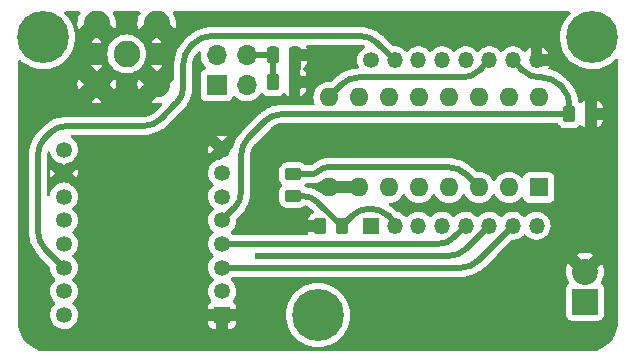
<source format=gbl>
G04 #@! TF.GenerationSoftware,KiCad,Pcbnew,(6.0.2)*
G04 #@! TF.CreationDate,2022-09-28T01:25:07+02:00*
G04 #@! TF.ProjectId,Washing-Machine-Sensor,57617368-696e-4672-9d4d-616368696e65,rev?*
G04 #@! TF.SameCoordinates,Original*
G04 #@! TF.FileFunction,Copper,L2,Bot*
G04 #@! TF.FilePolarity,Positive*
%FSLAX46Y46*%
G04 Gerber Fmt 4.6, Leading zero omitted, Abs format (unit mm)*
G04 Created by KiCad (PCBNEW (6.0.2)) date 2022-09-28 01:25:07*
%MOMM*%
%LPD*%
G01*
G04 APERTURE LIST*
G04 Aperture macros list*
%AMRoundRect*
0 Rectangle with rounded corners*
0 $1 Rounding radius*
0 $2 $3 $4 $5 $6 $7 $8 $9 X,Y pos of 4 corners*
0 Add a 4 corners polygon primitive as box body*
4,1,4,$2,$3,$4,$5,$6,$7,$8,$9,$2,$3,0*
0 Add four circle primitives for the rounded corners*
1,1,$1+$1,$2,$3*
1,1,$1+$1,$4,$5*
1,1,$1+$1,$6,$7*
1,1,$1+$1,$8,$9*
0 Add four rect primitives between the rounded corners*
20,1,$1+$1,$2,$3,$4,$5,0*
20,1,$1+$1,$4,$5,$6,$7,0*
20,1,$1+$1,$6,$7,$8,$9,0*
20,1,$1+$1,$8,$9,$2,$3,0*%
G04 Aperture macros list end*
G04 #@! TA.AperFunction,ComponentPad*
%ADD10R,1.350000X1.350000*%
G04 #@! TD*
G04 #@! TA.AperFunction,ComponentPad*
%ADD11O,1.350000X1.350000*%
G04 #@! TD*
G04 #@! TA.AperFunction,ComponentPad*
%ADD12C,1.350000*%
G04 #@! TD*
G04 #@! TA.AperFunction,ComponentPad*
%ADD13R,2.200000X2.200000*%
G04 #@! TD*
G04 #@! TA.AperFunction,ComponentPad*
%ADD14C,2.200000*%
G04 #@! TD*
G04 #@! TA.AperFunction,ComponentPad*
%ADD15C,0.700000*%
G04 #@! TD*
G04 #@! TA.AperFunction,ComponentPad*
%ADD16C,4.400000*%
G04 #@! TD*
G04 #@! TA.AperFunction,ComponentPad*
%ADD17C,2.250000*%
G04 #@! TD*
G04 #@! TA.AperFunction,ComponentPad*
%ADD18R,1.700000X1.700000*%
G04 #@! TD*
G04 #@! TA.AperFunction,ComponentPad*
%ADD19O,1.700000X1.700000*%
G04 #@! TD*
G04 #@! TA.AperFunction,SMDPad,CuDef*
%ADD20RoundRect,0.250000X-0.262500X-0.450000X0.262500X-0.450000X0.262500X0.450000X-0.262500X0.450000X0*%
G04 #@! TD*
G04 #@! TA.AperFunction,SMDPad,CuDef*
%ADD21RoundRect,0.250000X0.250000X0.475000X-0.250000X0.475000X-0.250000X-0.475000X0.250000X-0.475000X0*%
G04 #@! TD*
G04 #@! TA.AperFunction,ComponentPad*
%ADD22R,1.600000X1.600000*%
G04 #@! TD*
G04 #@! TA.AperFunction,ComponentPad*
%ADD23O,1.600000X1.600000*%
G04 #@! TD*
G04 #@! TA.AperFunction,SMDPad,CuDef*
%ADD24RoundRect,0.250000X0.262500X0.450000X-0.262500X0.450000X-0.262500X-0.450000X0.262500X-0.450000X0*%
G04 #@! TD*
G04 #@! TA.AperFunction,SMDPad,CuDef*
%ADD25RoundRect,0.250000X-0.450000X0.262500X-0.450000X-0.262500X0.450000X-0.262500X0.450000X0.262500X0*%
G04 #@! TD*
G04 #@! TA.AperFunction,ViaPad*
%ADD26C,0.600000*%
G04 #@! TD*
G04 #@! TA.AperFunction,Conductor*
%ADD27C,0.500000*%
G04 #@! TD*
G04 APERTURE END LIST*
D10*
X182200000Y-108750000D03*
D11*
X184200000Y-108750000D03*
X186200000Y-108750000D03*
X188200000Y-108750000D03*
X190200000Y-108750000D03*
X192200000Y-108750000D03*
X194200000Y-108750000D03*
X196200000Y-108750000D03*
X196200000Y-94750000D03*
X194200000Y-94750000D03*
X192200000Y-94750000D03*
X190200000Y-94750000D03*
X188200000Y-94750000D03*
X186200000Y-94750000D03*
X184200000Y-94750000D03*
D12*
X182200000Y-94750000D03*
D13*
X200300000Y-115170000D03*
D14*
X200300000Y-112630000D03*
D15*
X156050000Y-92800000D03*
X153233274Y-91633274D03*
D16*
X154400000Y-92800000D03*
D15*
X152750000Y-92800000D03*
X155566726Y-91633274D03*
X154400000Y-94450000D03*
X155566726Y-93966726D03*
X153233274Y-93966726D03*
X154400000Y-91150000D03*
X177700000Y-114650000D03*
X176050000Y-116300000D03*
X178866726Y-117466726D03*
X176533274Y-117466726D03*
X176533274Y-115133274D03*
X177700000Y-117950000D03*
D16*
X177700000Y-116300000D03*
D15*
X179350000Y-116300000D03*
X178866726Y-115133274D03*
D10*
X169582500Y-116300000D03*
D12*
X169582500Y-114300000D03*
X169582500Y-112300000D03*
X169582500Y-110300000D03*
X169582500Y-108300000D03*
X169582500Y-106300000D03*
X169582500Y-104300000D03*
X169582500Y-102300000D03*
X156182500Y-102300000D03*
X156182500Y-104300000D03*
X156182500Y-106300000D03*
X156182500Y-108300000D03*
X156182500Y-110300000D03*
X156182500Y-112300000D03*
X156182500Y-114300000D03*
X156182500Y-116300000D03*
D17*
X161500000Y-94200000D03*
X164040000Y-91660000D03*
X158960000Y-96740000D03*
X164040000Y-96740000D03*
X158960000Y-91660000D03*
D16*
X200900000Y-92800000D03*
D15*
X200900000Y-94450000D03*
X199733274Y-91633274D03*
X202066726Y-93966726D03*
X200900000Y-91150000D03*
X202066726Y-91633274D03*
X199733274Y-93966726D03*
X199250000Y-92800000D03*
X202550000Y-92800000D03*
D18*
X169125000Y-96850000D03*
D19*
X169125000Y-94310000D03*
X171665000Y-96850000D03*
X171665000Y-94310000D03*
D20*
X198987500Y-99300000D03*
X200812500Y-99300000D03*
D21*
X175750000Y-94300000D03*
X173850000Y-94300000D03*
D22*
X196400000Y-105500000D03*
D23*
X193860000Y-105500000D03*
X191320000Y-105500000D03*
X188780000Y-105500000D03*
X186240000Y-105500000D03*
X183700000Y-105500000D03*
X181160000Y-105500000D03*
X178620000Y-105500000D03*
X178620000Y-97880000D03*
X181160000Y-97880000D03*
X183700000Y-97880000D03*
X186240000Y-97880000D03*
X188780000Y-97880000D03*
X191320000Y-97880000D03*
X193860000Y-97880000D03*
X196400000Y-97880000D03*
D24*
X179712500Y-108800000D03*
X177887500Y-108800000D03*
D25*
X175600000Y-104400000D03*
X175600000Y-106225000D03*
D20*
X173887500Y-96600000D03*
X175712500Y-96600000D03*
D26*
X190800000Y-118700000D03*
X194400000Y-119000000D03*
X182500000Y-118500000D03*
X178600000Y-102700000D03*
X196900000Y-116900000D03*
X196700000Y-118700000D03*
X183600000Y-116900000D03*
X188700000Y-118100000D03*
X186900000Y-118800000D03*
X185200000Y-117900000D03*
X192500000Y-117500000D03*
X182100000Y-115100000D03*
X172600000Y-111300000D03*
D27*
X171675000Y-94300000D02*
X171665000Y-94310000D01*
X173850000Y-96562500D02*
X173887500Y-96600000D01*
X173850000Y-94300000D02*
X173850000Y-96562500D01*
X173850000Y-94300000D02*
X171675000Y-94300000D01*
X195064213Y-95614213D02*
X194200000Y-94750000D01*
X198987500Y-99300000D02*
X174628427Y-99300000D01*
X198987500Y-99300000D02*
X198987500Y-98515927D01*
X173214213Y-99885787D02*
X171785786Y-101314214D01*
X198401713Y-97101713D02*
X198085786Y-96785786D01*
X196671573Y-96200000D02*
X196478427Y-96200000D01*
X171200000Y-102728427D02*
X171200000Y-105854073D01*
X170614213Y-107268287D02*
X169582500Y-108300000D01*
X171199999Y-105854073D02*
G75*
G02*
X170614212Y-107268286I-1999999J0D01*
G01*
X173214213Y-99885787D02*
G75*
G02*
X174628427Y-99300000I1414214J-1414213D01*
G01*
X198401713Y-97101713D02*
G75*
G02*
X198987500Y-98515927I-1414213J-1414214D01*
G01*
X171200001Y-102728427D02*
G75*
G02*
X171785787Y-101314215I1999999J0D01*
G01*
X198085786Y-96785786D02*
G75*
G03*
X196671573Y-96200000I-1414213J-1414214D01*
G01*
X195064213Y-95614213D02*
G75*
G03*
X196478427Y-96200000I1414214J1414213D01*
G01*
X169582500Y-110300000D02*
X169590000Y-110307500D01*
X189228287Y-109721713D02*
X190200000Y-108750000D01*
X169590000Y-110307500D02*
X187814073Y-110307500D01*
X187814073Y-110307499D02*
G75*
G03*
X189228286Y-109721712I0J1999999D01*
G01*
X172600000Y-111300000D02*
X188821573Y-111300000D01*
X190235787Y-110714213D02*
X192200000Y-108750000D01*
X190235787Y-110714213D02*
G75*
G02*
X188821573Y-111300000I-1414214J1414213D01*
G01*
X169582500Y-112300000D02*
X169590000Y-112307500D01*
X169590000Y-112307500D02*
X189814073Y-112307500D01*
X191228287Y-111721713D02*
X194200000Y-108750000D01*
X191228287Y-111721713D02*
G75*
G02*
X189814073Y-112307500I-1414214J1414213D01*
G01*
X192200000Y-94750000D02*
X191335786Y-95614214D01*
X189921573Y-96200000D02*
X181128427Y-96200000D01*
X179714213Y-96785787D02*
X178620000Y-97880000D01*
X179714213Y-96785787D02*
G75*
G02*
X181128427Y-96200000I1414214J-1414213D01*
G01*
X191335786Y-95614214D02*
G75*
G02*
X189921573Y-96200000I-1414213J1414214D01*
G01*
X177807107Y-104092893D02*
X177792893Y-104107107D01*
X177085786Y-104400000D02*
X175600000Y-104400000D01*
X191320000Y-105500000D02*
X190205786Y-104385786D01*
X188791573Y-103800000D02*
X178514214Y-103800000D01*
X188791573Y-103800001D02*
G75*
G02*
X190205785Y-104385787I0J-1999999D01*
G01*
X177807107Y-104092893D02*
G75*
G02*
X178514214Y-103800000I707106J-707106D01*
G01*
X177792893Y-104107107D02*
G75*
G02*
X177085786Y-104400000I-707106J707106D01*
G01*
X184200000Y-108500000D02*
X183585786Y-107885786D01*
X180626713Y-107885787D02*
X179712500Y-108800000D01*
X175600000Y-106225000D02*
X176309073Y-106225000D01*
X177723287Y-106810787D02*
X179712500Y-108800000D01*
X182171573Y-107300000D02*
X182040927Y-107300000D01*
X184200000Y-108750000D02*
X184200000Y-108500000D01*
X177723287Y-106810787D02*
G75*
G03*
X176309073Y-106225000I-1414214J-1414213D01*
G01*
X182171573Y-107300001D02*
G75*
G02*
X183585785Y-107885787I0J-1999999D01*
G01*
X182040927Y-107300001D02*
G75*
G03*
X180626714Y-107885788I0J-1999999D01*
G01*
X154000000Y-102728427D02*
X154000000Y-109289073D01*
X154585787Y-110703287D02*
X156182500Y-112300000D01*
X166300000Y-95028427D02*
X166300000Y-96971573D01*
X167214213Y-93285787D02*
X166885786Y-93614214D01*
X181321573Y-92700000D02*
X168628427Y-92700000D01*
X184200000Y-94750000D02*
X182735786Y-93285786D01*
X162971573Y-100300000D02*
X156428427Y-100300000D01*
X165714213Y-98385787D02*
X164385786Y-99714214D01*
X155014213Y-100885787D02*
X154585786Y-101314214D01*
X155014213Y-100885787D02*
G75*
G02*
X156428427Y-100300000I1414214J-1414213D01*
G01*
X168628427Y-92700001D02*
G75*
G03*
X167214214Y-93285788I0J-1999999D01*
G01*
X154585787Y-110703287D02*
G75*
G02*
X154000000Y-109289073I1414213J1414214D01*
G01*
X162971573Y-100299999D02*
G75*
G03*
X164385785Y-99714213I0J1999999D01*
G01*
X154585786Y-101314214D02*
G75*
G03*
X154000000Y-102728427I1414214J-1414213D01*
G01*
X165714213Y-98385787D02*
G75*
G03*
X166300000Y-96971573I-1414213J1414214D01*
G01*
X166885786Y-93614214D02*
G75*
G03*
X166300000Y-95028427I1414214J-1414213D01*
G01*
X181321573Y-92700001D02*
G75*
G02*
X182735785Y-93285787I0J-1999999D01*
G01*
G04 #@! TA.AperFunction,Conductor*
G36*
X157541952Y-90628002D02*
G01*
X157588445Y-90681658D01*
X157598549Y-90751932D01*
X157581264Y-90799835D01*
X157510223Y-90915764D01*
X157505742Y-90924558D01*
X157411648Y-91151722D01*
X157408599Y-91161107D01*
X157351198Y-91400195D01*
X157349655Y-91409942D01*
X157330363Y-91655070D01*
X157330363Y-91664930D01*
X157349655Y-91910061D01*
X157351198Y-91919801D01*
X157402792Y-92134704D01*
X157409813Y-92146932D01*
X157410587Y-92146860D01*
X157416120Y-92143220D01*
X158870905Y-90688435D01*
X158933217Y-90654409D01*
X159004032Y-90659474D01*
X159049095Y-90688435D01*
X160500167Y-92139507D01*
X160512547Y-92146267D01*
X160513167Y-92145803D01*
X160515982Y-92139810D01*
X160568802Y-91919801D01*
X160570345Y-91910061D01*
X160589637Y-91664930D01*
X160589637Y-91655070D01*
X160570345Y-91409942D01*
X160568802Y-91400195D01*
X160511401Y-91161107D01*
X160508352Y-91151722D01*
X160414258Y-90924558D01*
X160409777Y-90915764D01*
X160338736Y-90799835D01*
X160320198Y-90731301D01*
X160341655Y-90663624D01*
X160396294Y-90618291D01*
X160446169Y-90608000D01*
X162553831Y-90608000D01*
X162621952Y-90628002D01*
X162668445Y-90681658D01*
X162678549Y-90751932D01*
X162661264Y-90799835D01*
X162590223Y-90915764D01*
X162585742Y-90924558D01*
X162491648Y-91151722D01*
X162488599Y-91161107D01*
X162431198Y-91400195D01*
X162429655Y-91409942D01*
X162410363Y-91655070D01*
X162410363Y-91664930D01*
X162429655Y-91910061D01*
X162431198Y-91919801D01*
X162482792Y-92134704D01*
X162489813Y-92146932D01*
X162490587Y-92146860D01*
X162496120Y-92143220D01*
X163950905Y-90688435D01*
X164013217Y-90654409D01*
X164084032Y-90659474D01*
X164129095Y-90688435D01*
X165580167Y-92139507D01*
X165592547Y-92146267D01*
X165593167Y-92145803D01*
X165595982Y-92139810D01*
X165648802Y-91919801D01*
X165650345Y-91910061D01*
X165669637Y-91664930D01*
X165669637Y-91655070D01*
X165650345Y-91409942D01*
X165648802Y-91400195D01*
X165591401Y-91161107D01*
X165588352Y-91151722D01*
X165494258Y-90924558D01*
X165489777Y-90915764D01*
X165418736Y-90799835D01*
X165400198Y-90731301D01*
X165421655Y-90663624D01*
X165476294Y-90618291D01*
X165526169Y-90608000D01*
X198958217Y-90608000D01*
X199026338Y-90628002D01*
X199072831Y-90681658D01*
X199082935Y-90751932D01*
X199053441Y-90816512D01*
X199046610Y-90823792D01*
X198944249Y-90924558D01*
X198883513Y-90984347D01*
X198881149Y-90987314D01*
X198881146Y-90987317D01*
X198864220Y-91008558D01*
X198679991Y-91239751D01*
X198508626Y-91517757D01*
X198371902Y-91814336D01*
X198370741Y-91817940D01*
X198370741Y-91817941D01*
X198362196Y-91844477D01*
X198271797Y-92125192D01*
X198271079Y-92128903D01*
X198271078Y-92128907D01*
X198210482Y-92442105D01*
X198210481Y-92442114D01*
X198209763Y-92445824D01*
X198209496Y-92449600D01*
X198209495Y-92449605D01*
X198188286Y-92749150D01*
X198186698Y-92771585D01*
X198186887Y-92775377D01*
X198202538Y-93089756D01*
X198202936Y-93097759D01*
X198203577Y-93101490D01*
X198203578Y-93101498D01*
X198234050Y-93278833D01*
X198258241Y-93419619D01*
X198259329Y-93423258D01*
X198259330Y-93423261D01*
X198350022Y-93726511D01*
X198351814Y-93732504D01*
X198353327Y-93735975D01*
X198353329Y-93735981D01*
X198386499Y-93812084D01*
X198482297Y-94031881D01*
X198484220Y-94035152D01*
X198484222Y-94035156D01*
X198526584Y-94107215D01*
X198647802Y-94313414D01*
X198650103Y-94316429D01*
X198843631Y-94570012D01*
X198843636Y-94570017D01*
X198845931Y-94573025D01*
X198906908Y-94635620D01*
X199071156Y-94804224D01*
X199073814Y-94806953D01*
X199146635Y-94865607D01*
X199325196Y-95009431D01*
X199325201Y-95009435D01*
X199328149Y-95011809D01*
X199605253Y-95184627D01*
X199901112Y-95322903D01*
X199996494Y-95354171D01*
X200134907Y-95399545D01*
X200211440Y-95424634D01*
X200215154Y-95425373D01*
X200215155Y-95425373D01*
X200233088Y-95428940D01*
X200531742Y-95488346D01*
X200535514Y-95488633D01*
X200535522Y-95488634D01*
X200853602Y-95512829D01*
X200853607Y-95512829D01*
X200857379Y-95513116D01*
X201183633Y-95498586D01*
X201243425Y-95488634D01*
X201502037Y-95445590D01*
X201502042Y-95445589D01*
X201505778Y-95444967D01*
X201819149Y-95353034D01*
X201822616Y-95351544D01*
X201822620Y-95351543D01*
X202115721Y-95225616D01*
X202115723Y-95225615D01*
X202119205Y-95224119D01*
X202401601Y-95060091D01*
X202662245Y-94863324D01*
X202878552Y-94654804D01*
X202941478Y-94621926D01*
X203012189Y-94628288D01*
X203068235Y-94671869D01*
X203092000Y-94745517D01*
X203092000Y-116850672D01*
X203090500Y-116870056D01*
X203086814Y-116893730D01*
X203088454Y-116906270D01*
X203089059Y-116910897D01*
X203089892Y-116934839D01*
X203074290Y-117192770D01*
X203072456Y-117207874D01*
X203067305Y-117235981D01*
X203021358Y-117486714D01*
X203020962Y-117488873D01*
X203017322Y-117503641D01*
X202932326Y-117776404D01*
X202926931Y-117790627D01*
X202883850Y-117886351D01*
X202809686Y-118051136D01*
X202802615Y-118064609D01*
X202654818Y-118309095D01*
X202646175Y-118321617D01*
X202469984Y-118546507D01*
X202459894Y-118557895D01*
X202257895Y-118759894D01*
X202246507Y-118769984D01*
X202021617Y-118946175D01*
X202009095Y-118954818D01*
X201764609Y-119102615D01*
X201751140Y-119109684D01*
X201490630Y-119226930D01*
X201476408Y-119232325D01*
X201203641Y-119317322D01*
X201188879Y-119320960D01*
X200978648Y-119359486D01*
X200907874Y-119372456D01*
X200892770Y-119374290D01*
X200642071Y-119389455D01*
X200615361Y-119388198D01*
X200615141Y-119388195D01*
X200606270Y-119386814D01*
X200597368Y-119387978D01*
X200597365Y-119387978D01*
X200574749Y-119390936D01*
X200558411Y-119392000D01*
X154849328Y-119392000D01*
X154829943Y-119390500D01*
X154815142Y-119388195D01*
X154815139Y-119388195D01*
X154806270Y-119386814D01*
X154789101Y-119389059D01*
X154765161Y-119389892D01*
X154507230Y-119374290D01*
X154492126Y-119372456D01*
X154421352Y-119359486D01*
X154211121Y-119320960D01*
X154196359Y-119317322D01*
X153923592Y-119232325D01*
X153909370Y-119226930D01*
X153648860Y-119109684D01*
X153635391Y-119102615D01*
X153390905Y-118954818D01*
X153378383Y-118946175D01*
X153153493Y-118769984D01*
X153142105Y-118759894D01*
X152940106Y-118557895D01*
X152930016Y-118546507D01*
X152753825Y-118321617D01*
X152745182Y-118309095D01*
X152597385Y-118064609D01*
X152590314Y-118051136D01*
X152516151Y-117886351D01*
X152473069Y-117790627D01*
X152467674Y-117776404D01*
X152382678Y-117503641D01*
X152379038Y-117488873D01*
X152378643Y-117486714D01*
X152332695Y-117235981D01*
X152327544Y-117207874D01*
X152325710Y-117192770D01*
X152310545Y-116942071D01*
X152311802Y-116915361D01*
X152311805Y-116915141D01*
X152313186Y-116906270D01*
X152311547Y-116893730D01*
X152309064Y-116874749D01*
X152308000Y-116858411D01*
X152308000Y-109278416D01*
X153236775Y-109278416D01*
X153238232Y-109293276D01*
X153238677Y-109299334D01*
X153243558Y-109398690D01*
X153249384Y-109517271D01*
X153251472Y-109559780D01*
X153291241Y-109827879D01*
X153357096Y-110090789D01*
X153448405Y-110345979D01*
X153449725Y-110348769D01*
X153449725Y-110348770D01*
X153557890Y-110577466D01*
X153564286Y-110590990D01*
X153703625Y-110823462D01*
X153705468Y-110825947D01*
X153814688Y-110973213D01*
X153865079Y-111041158D01*
X153954355Y-111139658D01*
X153978577Y-111166383D01*
X153982331Y-111170975D01*
X153983192Y-111172394D01*
X153990590Y-111180771D01*
X153999365Y-111189546D01*
X154003631Y-111194026D01*
X154012590Y-111203911D01*
X154019856Y-111212696D01*
X154028808Y-111224576D01*
X154028814Y-111224583D01*
X154031193Y-111227740D01*
X154033950Y-111230575D01*
X154033955Y-111230581D01*
X154043290Y-111240180D01*
X154046053Y-111243021D01*
X154049150Y-111245493D01*
X154074198Y-111265489D01*
X154084684Y-111274865D01*
X154960051Y-112150232D01*
X154994077Y-112212544D01*
X154996082Y-112254139D01*
X154995016Y-112263144D01*
X154995016Y-112263152D01*
X154994337Y-112268887D01*
X155008563Y-112485933D01*
X155009984Y-112491529D01*
X155009985Y-112491534D01*
X155046404Y-112634930D01*
X155062105Y-112696753D01*
X155153168Y-112894285D01*
X155278704Y-113071914D01*
X155282846Y-113075949D01*
X155422241Y-113211741D01*
X155457079Y-113273602D01*
X155452942Y-113344478D01*
X155417399Y-113396726D01*
X155320342Y-113481842D01*
X155316770Y-113486373D01*
X155221126Y-113607697D01*
X155185681Y-113652658D01*
X155084405Y-113845154D01*
X155082692Y-113850671D01*
X155030589Y-114018469D01*
X155019903Y-114052882D01*
X154994337Y-114268887D01*
X155008563Y-114485933D01*
X155009984Y-114491529D01*
X155009985Y-114491534D01*
X155060684Y-114691158D01*
X155062105Y-114696753D01*
X155153168Y-114894285D01*
X155156501Y-114899001D01*
X155260629Y-115046338D01*
X155278704Y-115071914D01*
X155421026Y-115210557D01*
X155422241Y-115211741D01*
X155457079Y-115273602D01*
X155452942Y-115344478D01*
X155417399Y-115396726D01*
X155320342Y-115481842D01*
X155316770Y-115486373D01*
X155207334Y-115625192D01*
X155185681Y-115652658D01*
X155084405Y-115845154D01*
X155082692Y-115850671D01*
X155054301Y-115942105D01*
X155019903Y-116052882D01*
X154994337Y-116268887D01*
X155008563Y-116485933D01*
X155009984Y-116491529D01*
X155009985Y-116491534D01*
X155057478Y-116678536D01*
X155062105Y-116696753D01*
X155064522Y-116701996D01*
X155136630Y-116858411D01*
X155153168Y-116894285D01*
X155156501Y-116899001D01*
X155246064Y-117025729D01*
X155278704Y-117071914D01*
X155434509Y-117223692D01*
X155615363Y-117344536D01*
X155620671Y-117346817D01*
X155620672Y-117346817D01*
X155809909Y-117428119D01*
X155809912Y-117428120D01*
X155815212Y-117430397D01*
X155820842Y-117431671D01*
X156012326Y-117475000D01*
X156027360Y-117478402D01*
X156033131Y-117478629D01*
X156033133Y-117478629D01*
X156106120Y-117481496D01*
X156244705Y-117486941D01*
X156459966Y-117455730D01*
X156465430Y-117453875D01*
X156465435Y-117453874D01*
X156660463Y-117387671D01*
X156660468Y-117387669D01*
X156665935Y-117385813D01*
X156855713Y-117279532D01*
X157022946Y-117140446D01*
X157124022Y-117018915D01*
X168407500Y-117018915D01*
X168407869Y-117025729D01*
X168413289Y-117075621D01*
X168416914Y-117090867D01*
X168461267Y-117209177D01*
X168469799Y-117224763D01*
X168544930Y-117325009D01*
X168557491Y-117337570D01*
X168657737Y-117412701D01*
X168673323Y-117421233D01*
X168791633Y-117465586D01*
X168806879Y-117469211D01*
X168856771Y-117474631D01*
X168863585Y-117475000D01*
X169064385Y-117475000D01*
X169079624Y-117470525D01*
X169080829Y-117469135D01*
X169082500Y-117461452D01*
X169082500Y-117456885D01*
X170082500Y-117456885D01*
X170086975Y-117472124D01*
X170088365Y-117473329D01*
X170096048Y-117475000D01*
X170301415Y-117475000D01*
X170308229Y-117474631D01*
X170358121Y-117469211D01*
X170373367Y-117465586D01*
X170491677Y-117421233D01*
X170507263Y-117412701D01*
X170607509Y-117337570D01*
X170620070Y-117325009D01*
X170695201Y-117224763D01*
X170703733Y-117209177D01*
X170748086Y-117090867D01*
X170751711Y-117075621D01*
X170757131Y-117025729D01*
X170757500Y-117018915D01*
X170757500Y-116818115D01*
X170753025Y-116802876D01*
X170751635Y-116801671D01*
X170743952Y-116800000D01*
X170100615Y-116800000D01*
X170085376Y-116804475D01*
X170084171Y-116805865D01*
X170082500Y-116813548D01*
X170082500Y-117456885D01*
X169082500Y-117456885D01*
X169082500Y-116818115D01*
X169078025Y-116802876D01*
X169076635Y-116801671D01*
X169068952Y-116800000D01*
X168425615Y-116800000D01*
X168410376Y-116804475D01*
X168409171Y-116805865D01*
X168407500Y-116813548D01*
X168407500Y-117018915D01*
X157124022Y-117018915D01*
X157162032Y-116973213D01*
X157256530Y-116804475D01*
X157265489Y-116788478D01*
X157265490Y-116788476D01*
X157268313Y-116783435D01*
X157270169Y-116777968D01*
X157270171Y-116777963D01*
X157336374Y-116582935D01*
X157336375Y-116582930D01*
X157338230Y-116577466D01*
X157369441Y-116362205D01*
X157371070Y-116300000D01*
X157368459Y-116271585D01*
X174986698Y-116271585D01*
X174990830Y-116354586D01*
X175001926Y-116577466D01*
X175002936Y-116597759D01*
X175003577Y-116601490D01*
X175003578Y-116601498D01*
X175054870Y-116900000D01*
X175058241Y-116919619D01*
X175059329Y-116923258D01*
X175059330Y-116923261D01*
X175150139Y-117226902D01*
X175151814Y-117232504D01*
X175153327Y-117235975D01*
X175153329Y-117235981D01*
X175184929Y-117308482D01*
X175282297Y-117531881D01*
X175284220Y-117535152D01*
X175284222Y-117535156D01*
X175326584Y-117607215D01*
X175447802Y-117813414D01*
X175450103Y-117816429D01*
X175643631Y-118070012D01*
X175643636Y-118070017D01*
X175645931Y-118073025D01*
X175873814Y-118306953D01*
X175946635Y-118365607D01*
X176125196Y-118509431D01*
X176125201Y-118509435D01*
X176128149Y-118511809D01*
X176405253Y-118684627D01*
X176701112Y-118822903D01*
X177011440Y-118924634D01*
X177331742Y-118988346D01*
X177335514Y-118988633D01*
X177335522Y-118988634D01*
X177653602Y-119012829D01*
X177653607Y-119012829D01*
X177657379Y-119013116D01*
X177983633Y-118998586D01*
X178043425Y-118988634D01*
X178302037Y-118945590D01*
X178302042Y-118945589D01*
X178305778Y-118944967D01*
X178619149Y-118853034D01*
X178622616Y-118851544D01*
X178622620Y-118851543D01*
X178915721Y-118725616D01*
X178915723Y-118725615D01*
X178919205Y-118724119D01*
X179201601Y-118560091D01*
X179462245Y-118363324D01*
X179697363Y-118136670D01*
X179903549Y-117883410D01*
X180077815Y-117607215D01*
X180135190Y-117486112D01*
X180203784Y-117341326D01*
X180217638Y-117312084D01*
X180218840Y-117308482D01*
X180319790Y-117005897D01*
X180319792Y-117005891D01*
X180320992Y-117002293D01*
X180386381Y-116682329D01*
X180389935Y-116638642D01*
X180404798Y-116455899D01*
X180412856Y-116356826D01*
X180413261Y-116318134D01*
X198691500Y-116318134D01*
X198698255Y-116380316D01*
X198749385Y-116516705D01*
X198836739Y-116633261D01*
X198953295Y-116720615D01*
X199089684Y-116771745D01*
X199151866Y-116778500D01*
X201448134Y-116778500D01*
X201510316Y-116771745D01*
X201646705Y-116720615D01*
X201763261Y-116633261D01*
X201850615Y-116516705D01*
X201901745Y-116380316D01*
X201908500Y-116318134D01*
X201908500Y-114021866D01*
X201901745Y-113959684D01*
X201850615Y-113823295D01*
X201763261Y-113706739D01*
X201733127Y-113684155D01*
X201686123Y-113648927D01*
X201643608Y-113592068D01*
X201638582Y-113521249D01*
X201654255Y-113482266D01*
X201727433Y-113362851D01*
X201731914Y-113354057D01*
X201824502Y-113130529D01*
X201827551Y-113121144D01*
X201884033Y-112885882D01*
X201885576Y-112876135D01*
X201904560Y-112634930D01*
X201904560Y-112625070D01*
X201885576Y-112383865D01*
X201884033Y-112374118D01*
X201827551Y-112138856D01*
X201824502Y-112129471D01*
X201738627Y-111922150D01*
X201729778Y-111911169D01*
X201724622Y-111912485D01*
X200389095Y-113248012D01*
X200326783Y-113282038D01*
X200255968Y-113276973D01*
X200210905Y-113248012D01*
X198881118Y-111918225D01*
X198868738Y-111911465D01*
X198864478Y-111914654D01*
X198775498Y-112129471D01*
X198772449Y-112138856D01*
X198715967Y-112374118D01*
X198714424Y-112383865D01*
X198695440Y-112625070D01*
X198695440Y-112634930D01*
X198714424Y-112876135D01*
X198715967Y-112885882D01*
X198772449Y-113121144D01*
X198775498Y-113130529D01*
X198868086Y-113354057D01*
X198872567Y-113362851D01*
X198945745Y-113482266D01*
X198964283Y-113550799D01*
X198942827Y-113618476D01*
X198913877Y-113648927D01*
X198866873Y-113684155D01*
X198836739Y-113706739D01*
X198749385Y-113823295D01*
X198698255Y-113959684D01*
X198691500Y-114021866D01*
X198691500Y-116318134D01*
X180413261Y-116318134D01*
X180413451Y-116300000D01*
X180411510Y-116267796D01*
X180394026Y-115977793D01*
X180394026Y-115977789D01*
X180393798Y-115974015D01*
X180388650Y-115945824D01*
X180335805Y-115656473D01*
X180335804Y-115656469D01*
X180335125Y-115652751D01*
X180333689Y-115648124D01*
X180239404Y-115344477D01*
X180238282Y-115340863D01*
X180104670Y-115042869D01*
X179936226Y-114763084D01*
X179933899Y-114760100D01*
X179933894Y-114760093D01*
X179737726Y-114508558D01*
X179737724Y-114508556D01*
X179735390Y-114505563D01*
X179505070Y-114274034D01*
X179248603Y-114071852D01*
X178969705Y-113901945D01*
X178966261Y-113900379D01*
X178966257Y-113900377D01*
X178833563Y-113840045D01*
X178672414Y-113766775D01*
X178361037Y-113668300D01*
X178096087Y-113618476D01*
X178043809Y-113608645D01*
X178043807Y-113608645D01*
X178040086Y-113607945D01*
X177714208Y-113586586D01*
X177710428Y-113586794D01*
X177710427Y-113586794D01*
X177614598Y-113592068D01*
X177388124Y-113604532D01*
X177384397Y-113605193D01*
X177384393Y-113605193D01*
X177227340Y-113633027D01*
X177066557Y-113661522D01*
X177062941Y-113662624D01*
X177062933Y-113662626D01*
X176757789Y-113755627D01*
X176754167Y-113756731D01*
X176455477Y-113888781D01*
X176430041Y-113903914D01*
X176178074Y-114053817D01*
X176178068Y-114053821D01*
X176174814Y-114055757D01*
X176171812Y-114058073D01*
X176131522Y-114089157D01*
X175916244Y-114255243D01*
X175683513Y-114484347D01*
X175681149Y-114487314D01*
X175681146Y-114487317D01*
X175482356Y-114736783D01*
X175479991Y-114739751D01*
X175308626Y-115017757D01*
X175307037Y-115021204D01*
X175190681Y-115273602D01*
X175171902Y-115314336D01*
X175170741Y-115317940D01*
X175170741Y-115317941D01*
X175162196Y-115344477D01*
X175071797Y-115625192D01*
X175071079Y-115628903D01*
X175071078Y-115628907D01*
X175010482Y-115942105D01*
X175010481Y-115942114D01*
X175009763Y-115945824D01*
X175009496Y-115949600D01*
X175009495Y-115949605D01*
X174987295Y-116263152D01*
X174986698Y-116271585D01*
X157368459Y-116271585D01*
X157351167Y-116083400D01*
X157292126Y-115874055D01*
X157195923Y-115678974D01*
X157176342Y-115652751D01*
X157069233Y-115509315D01*
X157069232Y-115509314D01*
X157065780Y-115504691D01*
X156943578Y-115391729D01*
X156907133Y-115330800D01*
X156909414Y-115259840D01*
X156948538Y-115202330D01*
X156983660Y-115173120D01*
X157022946Y-115140446D01*
X157162032Y-114973213D01*
X157268313Y-114783435D01*
X157270169Y-114777968D01*
X157270171Y-114777963D01*
X157336374Y-114582935D01*
X157336375Y-114582930D01*
X157338230Y-114577466D01*
X157369441Y-114362205D01*
X157371070Y-114300000D01*
X157351167Y-114083400D01*
X157348571Y-114074193D01*
X157299992Y-113901945D01*
X157292126Y-113874055D01*
X157195923Y-113678974D01*
X157183716Y-113662626D01*
X157069233Y-113509315D01*
X157069232Y-113509314D01*
X157065780Y-113504691D01*
X156943578Y-113391729D01*
X156907133Y-113330800D01*
X156909414Y-113259840D01*
X156948538Y-113202330D01*
X157018508Y-113144137D01*
X157022946Y-113140446D01*
X157162032Y-112973213D01*
X157268313Y-112783435D01*
X157270169Y-112777968D01*
X157270171Y-112777963D01*
X157336374Y-112582935D01*
X157336375Y-112582930D01*
X157338230Y-112577466D01*
X157369441Y-112362205D01*
X157371070Y-112300000D01*
X157351167Y-112083400D01*
X157292126Y-111874055D01*
X157195923Y-111678974D01*
X157065780Y-111504691D01*
X157061540Y-111500771D01*
X156943578Y-111391729D01*
X156907133Y-111330800D01*
X156909414Y-111259840D01*
X156948538Y-111202330D01*
X156961272Y-111191740D01*
X157022946Y-111140446D01*
X157162032Y-110973213D01*
X157268313Y-110783435D01*
X157270169Y-110777968D01*
X157270171Y-110777963D01*
X157336374Y-110582935D01*
X157336375Y-110582930D01*
X157338230Y-110577466D01*
X157369441Y-110362205D01*
X157371070Y-110300000D01*
X157351167Y-110083400D01*
X157292126Y-109874055D01*
X157195923Y-109678974D01*
X157191252Y-109672718D01*
X157069233Y-109509315D01*
X157069232Y-109509314D01*
X157065780Y-109504691D01*
X157061540Y-109500771D01*
X156943578Y-109391729D01*
X156907133Y-109330800D01*
X156909414Y-109259840D01*
X156948538Y-109202330D01*
X156982602Y-109174000D01*
X157022946Y-109140446D01*
X157162032Y-108973213D01*
X157239015Y-108835750D01*
X157265489Y-108788478D01*
X157265490Y-108788476D01*
X157268313Y-108783435D01*
X157270169Y-108777968D01*
X157270171Y-108777963D01*
X157336374Y-108582935D01*
X157336375Y-108582930D01*
X157338230Y-108577466D01*
X157369441Y-108362205D01*
X157371070Y-108300000D01*
X157351167Y-108083400D01*
X157292126Y-107874055D01*
X157195923Y-107678974D01*
X157186750Y-107666689D01*
X157069233Y-107509315D01*
X157069232Y-107509314D01*
X157065780Y-107504691D01*
X156943578Y-107391729D01*
X156907133Y-107330800D01*
X156909414Y-107259840D01*
X156948538Y-107202330D01*
X156973743Y-107181368D01*
X157022946Y-107140446D01*
X157162032Y-106973213D01*
X157254483Y-106808131D01*
X157265489Y-106788478D01*
X157265490Y-106788476D01*
X157268313Y-106783435D01*
X157270169Y-106777968D01*
X157270171Y-106777963D01*
X157336374Y-106582935D01*
X157336375Y-106582930D01*
X157338230Y-106577466D01*
X157369441Y-106362205D01*
X157371070Y-106300000D01*
X157351167Y-106083400D01*
X157345769Y-106064258D01*
X157309965Y-105937309D01*
X157292126Y-105874055D01*
X157195923Y-105678974D01*
X157191765Y-105673405D01*
X157069233Y-105509315D01*
X157069232Y-105509314D01*
X157065780Y-105504691D01*
X157061544Y-105500775D01*
X156910296Y-105360963D01*
X156910293Y-105360961D01*
X156906056Y-105357044D01*
X156722099Y-105240976D01*
X156520072Y-105160376D01*
X156327491Y-105122069D01*
X156262978Y-105087585D01*
X156195312Y-105019919D01*
X156181368Y-105012305D01*
X156179535Y-105012436D01*
X156172920Y-105016687D01*
X156099762Y-105089845D01*
X156032005Y-105124930D01*
X155998891Y-105130620D01*
X155880565Y-105150952D01*
X155880562Y-105150953D01*
X155874875Y-105151930D01*
X155670807Y-105227214D01*
X155483876Y-105338427D01*
X155320342Y-105481842D01*
X155316770Y-105486373D01*
X155200759Y-105633532D01*
X155185681Y-105652658D01*
X155084405Y-105845154D01*
X155082692Y-105850671D01*
X155022616Y-106044146D01*
X155019903Y-106052882D01*
X155016291Y-106083400D01*
X155009627Y-106139703D01*
X154981756Y-106205000D01*
X154923008Y-106244864D01*
X154852034Y-106246638D01*
X154791367Y-106209759D01*
X154760269Y-106145935D01*
X154758500Y-106124893D01*
X154758500Y-104389642D01*
X154778502Y-104321521D01*
X154810558Y-104293744D01*
X154806972Y-104291564D01*
X154960764Y-104291564D01*
X154967012Y-104294418D01*
X155005396Y-104354144D01*
X155010230Y-104381401D01*
X155016616Y-104478830D01*
X155018417Y-104490200D01*
X155068682Y-104688120D01*
X155075417Y-104695837D01*
X155081310Y-104694083D01*
X155462581Y-104312812D01*
X155468959Y-104301132D01*
X156894805Y-104301132D01*
X156894936Y-104302965D01*
X156899187Y-104309580D01*
X157275341Y-104685734D01*
X157287721Y-104692494D01*
X157290782Y-104690203D01*
X157291353Y-104689118D01*
X157328074Y-104580942D01*
X157330759Y-104569759D01*
X157360384Y-104365432D01*
X157361014Y-104358049D01*
X157362437Y-104303704D01*
X157362194Y-104296305D01*
X157343303Y-104090710D01*
X157341206Y-104079395D01*
X157295308Y-103916655D01*
X157287810Y-103904709D01*
X157285742Y-103904984D01*
X157282174Y-103907433D01*
X156902419Y-104287188D01*
X156894805Y-104301132D01*
X155468959Y-104301132D01*
X155470195Y-104298868D01*
X155470064Y-104297035D01*
X155465813Y-104290420D01*
X155088878Y-103913485D01*
X155076498Y-103906725D01*
X155074131Y-103908497D01*
X155072868Y-103910971D01*
X155029966Y-104049140D01*
X155027574Y-104060394D01*
X155009627Y-104212022D01*
X154981756Y-104277320D01*
X154960764Y-104291564D01*
X154806972Y-104291564D01*
X154791367Y-104282078D01*
X154760269Y-104218254D01*
X154758500Y-104197212D01*
X154758500Y-102790578D01*
X154759726Y-102773042D01*
X154762452Y-102753648D01*
X154762452Y-102753645D01*
X154763001Y-102749740D01*
X154763299Y-102728427D01*
X154761819Y-102715231D01*
X154761422Y-102691302D01*
X154772351Y-102552435D01*
X154797636Y-102486094D01*
X154854774Y-102443954D01*
X154925625Y-102439395D01*
X154987692Y-102473864D01*
X155020086Y-102531305D01*
X155048517Y-102643252D01*
X155062105Y-102696753D01*
X155064522Y-102701996D01*
X155099543Y-102777963D01*
X155153168Y-102894285D01*
X155156501Y-102899001D01*
X155265198Y-103052803D01*
X155278704Y-103071914D01*
X155434509Y-103223692D01*
X155615363Y-103344536D01*
X155620671Y-103346817D01*
X155620672Y-103346817D01*
X155809909Y-103428119D01*
X155809912Y-103428120D01*
X155815212Y-103430397D01*
X156027360Y-103478402D01*
X156031606Y-103478569D01*
X156096079Y-103507089D01*
X156103802Y-103514195D01*
X156169688Y-103580081D01*
X156183632Y-103587695D01*
X156185465Y-103587564D01*
X156192080Y-103583313D01*
X156266275Y-103509118D01*
X156328587Y-103475092D01*
X156337290Y-103473517D01*
X156454252Y-103456559D01*
X156454257Y-103456558D01*
X156459966Y-103455730D01*
X156465430Y-103453875D01*
X156465435Y-103453874D01*
X156660463Y-103387671D01*
X156660468Y-103387669D01*
X156665935Y-103385813D01*
X156678101Y-103379000D01*
X156745372Y-103341326D01*
X156855713Y-103279532D01*
X157022946Y-103140446D01*
X157162032Y-102973213D01*
X157268313Y-102783435D01*
X157270169Y-102777968D01*
X157270171Y-102777963D01*
X157336374Y-102582935D01*
X157336375Y-102582930D01*
X157338230Y-102577466D01*
X157369441Y-102362205D01*
X157371070Y-102300000D01*
X157368761Y-102274876D01*
X168403248Y-102274876D01*
X168416616Y-102478830D01*
X168418417Y-102490200D01*
X168468682Y-102688120D01*
X168475417Y-102695837D01*
X168481310Y-102694083D01*
X168862581Y-102312812D01*
X168870195Y-102298868D01*
X168870064Y-102297035D01*
X168865813Y-102290420D01*
X168488878Y-101913485D01*
X168476498Y-101906725D01*
X168474131Y-101908497D01*
X168472868Y-101910971D01*
X168429966Y-102049140D01*
X168427574Y-102060394D01*
X168403549Y-102263375D01*
X168403248Y-102274876D01*
X157368761Y-102274876D01*
X157351167Y-102083400D01*
X157329661Y-102007143D01*
X157307823Y-101929712D01*
X157292126Y-101874055D01*
X157195923Y-101678974D01*
X157188274Y-101668730D01*
X157069233Y-101509315D01*
X157069232Y-101509314D01*
X157065780Y-101504691D01*
X156984215Y-101429293D01*
X156910296Y-101360963D01*
X156910293Y-101360961D01*
X156906056Y-101357044D01*
X156801481Y-101291062D01*
X156754542Y-101237795D01*
X156748272Y-101196624D01*
X169189767Y-101196624D01*
X169190728Y-101201121D01*
X169569688Y-101580081D01*
X169583632Y-101587695D01*
X169585465Y-101587564D01*
X169592080Y-101583313D01*
X169968587Y-101206806D01*
X169975347Y-101194426D01*
X169972309Y-101190367D01*
X169923012Y-101170700D01*
X169911984Y-101167433D01*
X169711514Y-101127557D01*
X169700068Y-101126354D01*
X169495698Y-101123680D01*
X169484218Y-101124583D01*
X169282782Y-101159196D01*
X169271662Y-101162176D01*
X169201088Y-101188212D01*
X169189767Y-101196624D01*
X156748272Y-101196624D01*
X156743853Y-101167608D01*
X156772808Y-101102784D01*
X156832212Y-101063904D01*
X156868716Y-101058500D01*
X162909422Y-101058500D01*
X162926955Y-101059726D01*
X162933731Y-101060678D01*
X162946352Y-101062452D01*
X162946355Y-101062452D01*
X162950260Y-101063001D01*
X162958609Y-101063118D01*
X162967612Y-101063244D01*
X162967618Y-101063244D01*
X162971573Y-101063299D01*
X162991027Y-101061117D01*
X162998887Y-101060484D01*
X163039274Y-101058500D01*
X163239190Y-101048679D01*
X163239195Y-101048679D01*
X163242279Y-101048527D01*
X163510378Y-101008758D01*
X163534179Y-101002796D01*
X163770288Y-100943655D01*
X163770298Y-100943652D01*
X163773288Y-100942903D01*
X163776187Y-100941866D01*
X163776196Y-100941863D01*
X164025571Y-100852635D01*
X164028478Y-100851595D01*
X164031273Y-100850273D01*
X164031278Y-100850271D01*
X164197365Y-100771717D01*
X164273488Y-100735713D01*
X164505961Y-100596375D01*
X164508446Y-100594532D01*
X164721166Y-100436768D01*
X164721170Y-100436765D01*
X164723656Y-100434921D01*
X164848883Y-100321423D01*
X164853467Y-100317675D01*
X164854893Y-100316809D01*
X164863270Y-100309411D01*
X164872053Y-100300628D01*
X164876529Y-100296365D01*
X164886411Y-100287408D01*
X164895196Y-100280143D01*
X164910238Y-100268808D01*
X164925520Y-100253948D01*
X164947988Y-100225803D01*
X164957364Y-100215317D01*
X166206603Y-98966078D01*
X166219869Y-98954545D01*
X166220831Y-98953820D01*
X166238665Y-98940381D01*
X166253947Y-98925521D01*
X166266157Y-98910226D01*
X166271230Y-98904264D01*
X166434921Y-98723658D01*
X166596375Y-98505962D01*
X166610968Y-98481616D01*
X166722233Y-98295982D01*
X166735714Y-98273490D01*
X166740482Y-98263410D01*
X166850275Y-98031270D01*
X166850275Y-98031269D01*
X166851595Y-98028479D01*
X166942904Y-97773289D01*
X166951675Y-97738275D01*
X167008009Y-97513373D01*
X167008759Y-97510379D01*
X167048528Y-97242280D01*
X167049282Y-97226932D01*
X167056820Y-97073487D01*
X167057413Y-97067576D01*
X167057808Y-97065963D01*
X167058500Y-97054809D01*
X167058500Y-97042379D01*
X167058652Y-97036193D01*
X167059306Y-97022889D01*
X167060380Y-97011542D01*
X167062449Y-96996819D01*
X167062450Y-96996807D01*
X167063001Y-96992886D01*
X167063160Y-96981538D01*
X167063244Y-96975534D01*
X167063244Y-96975528D01*
X167063299Y-96971573D01*
X167059285Y-96935786D01*
X167058500Y-96921742D01*
X167058500Y-95090578D01*
X167059726Y-95073042D01*
X167062452Y-95053648D01*
X167062452Y-95053645D01*
X167063001Y-95049740D01*
X167063299Y-95028427D01*
X167061819Y-95015231D01*
X167061422Y-94991302D01*
X167065929Y-94934037D01*
X167073007Y-94844099D01*
X167076100Y-94824571D01*
X167080985Y-94804224D01*
X167116950Y-94654419D01*
X167123058Y-94635620D01*
X167126095Y-94628288D01*
X167190022Y-94473955D01*
X167198996Y-94456344D01*
X167290427Y-94307143D01*
X167302042Y-94291155D01*
X167394449Y-94182960D01*
X167407324Y-94170677D01*
X167407312Y-94170664D01*
X167412370Y-94165745D01*
X167417932Y-94161431D01*
X167436673Y-94138615D01*
X167444756Y-94128775D01*
X167453025Y-94119656D01*
X167565745Y-94006936D01*
X167628057Y-93972910D01*
X167698872Y-93977975D01*
X167755708Y-94020522D01*
X167780519Y-94087042D01*
X167780127Y-94109420D01*
X167774569Y-94161431D01*
X167762251Y-94276695D01*
X167762548Y-94281848D01*
X167762548Y-94281851D01*
X167769222Y-94397596D01*
X167775110Y-94499715D01*
X167776247Y-94504761D01*
X167776248Y-94504767D01*
X167782701Y-94533400D01*
X167824222Y-94717639D01*
X167908266Y-94924616D01*
X167947141Y-94988054D01*
X168022291Y-95110688D01*
X168024987Y-95115088D01*
X168171250Y-95283938D01*
X168175230Y-95287242D01*
X168179981Y-95291187D01*
X168219616Y-95350090D01*
X168221113Y-95421071D01*
X168183997Y-95481593D01*
X168143725Y-95506112D01*
X168090805Y-95525951D01*
X168028295Y-95549385D01*
X167911739Y-95636739D01*
X167824385Y-95753295D01*
X167773255Y-95889684D01*
X167766500Y-95951866D01*
X167766500Y-97748134D01*
X167773255Y-97810316D01*
X167824385Y-97946705D01*
X167911739Y-98063261D01*
X168028295Y-98150615D01*
X168164684Y-98201745D01*
X168226866Y-98208500D01*
X170023134Y-98208500D01*
X170085316Y-98201745D01*
X170221705Y-98150615D01*
X170338261Y-98063261D01*
X170425615Y-97946705D01*
X170452674Y-97874525D01*
X170469598Y-97829382D01*
X170512240Y-97772618D01*
X170578802Y-97747918D01*
X170648150Y-97763126D01*
X170682817Y-97791114D01*
X170711250Y-97823938D01*
X170883126Y-97966632D01*
X171076000Y-98079338D01*
X171284692Y-98159030D01*
X171289760Y-98160061D01*
X171289763Y-98160062D01*
X171397017Y-98181883D01*
X171503597Y-98203567D01*
X171508772Y-98203757D01*
X171508774Y-98203757D01*
X171721673Y-98211564D01*
X171721677Y-98211564D01*
X171726837Y-98211753D01*
X171731957Y-98211097D01*
X171731959Y-98211097D01*
X171943288Y-98184025D01*
X171943289Y-98184025D01*
X171948416Y-98183368D01*
X171953366Y-98181883D01*
X172157429Y-98120661D01*
X172157434Y-98120659D01*
X172162384Y-98119174D01*
X172362994Y-98020896D01*
X172544860Y-97891173D01*
X172561578Y-97874514D01*
X172645268Y-97791115D01*
X172703096Y-97733489D01*
X172718798Y-97711638D01*
X172757776Y-97657393D01*
X172833453Y-97552077D01*
X172833867Y-97551240D01*
X172885194Y-97503986D01*
X172955132Y-97491772D01*
X173020571Y-97519309D01*
X173029980Y-97527800D01*
X173151697Y-97649305D01*
X173157927Y-97653145D01*
X173157928Y-97653146D01*
X173295090Y-97737694D01*
X173302262Y-97742115D01*
X173365609Y-97763126D01*
X173463611Y-97795632D01*
X173463613Y-97795632D01*
X173470139Y-97797797D01*
X173476975Y-97798497D01*
X173476978Y-97798498D01*
X173520031Y-97802909D01*
X173574600Y-97808500D01*
X174200400Y-97808500D01*
X174203646Y-97808163D01*
X174203650Y-97808163D01*
X174299308Y-97798238D01*
X174299312Y-97798237D01*
X174306166Y-97797526D01*
X174312702Y-97795345D01*
X174312704Y-97795345D01*
X174464453Y-97744717D01*
X174473946Y-97741550D01*
X174624348Y-97648478D01*
X174629521Y-97643296D01*
X174629526Y-97643292D01*
X174716789Y-97555876D01*
X174779071Y-97521796D01*
X174849891Y-97526799D01*
X174894980Y-97555720D01*
X174976820Y-97637418D01*
X174988232Y-97646430D01*
X175124646Y-97730516D01*
X175137827Y-97736663D01*
X175195306Y-97755728D01*
X175209399Y-97756217D01*
X175212500Y-97750006D01*
X175212500Y-97743315D01*
X176212500Y-97743315D01*
X176216473Y-97756846D01*
X176223299Y-97757827D01*
X176288372Y-97736117D01*
X176301541Y-97729948D01*
X176437804Y-97645626D01*
X176449205Y-97636590D01*
X176562418Y-97523179D01*
X176571430Y-97511768D01*
X176655516Y-97375354D01*
X176661663Y-97362173D01*
X176712251Y-97209657D01*
X176715118Y-97196281D01*
X176723136Y-97118023D01*
X176720408Y-97103324D01*
X176708173Y-97100000D01*
X176230615Y-97100000D01*
X176215376Y-97104475D01*
X176214171Y-97105865D01*
X176212500Y-97113548D01*
X176212500Y-97743315D01*
X175212500Y-97743315D01*
X175212500Y-96081885D01*
X176212500Y-96081885D01*
X176216975Y-96097124D01*
X176218365Y-96098329D01*
X176226048Y-96100000D01*
X176706867Y-96100000D01*
X176721184Y-96095796D01*
X176723243Y-96083239D01*
X176714860Y-96002441D01*
X176711968Y-95989047D01*
X176661118Y-95836632D01*
X176654944Y-95823453D01*
X176570626Y-95687196D01*
X176561590Y-95675795D01*
X176447638Y-95562042D01*
X176413559Y-95499760D01*
X176418562Y-95428940D01*
X176458393Y-95374122D01*
X176474205Y-95361590D01*
X176587418Y-95248179D01*
X176596430Y-95236768D01*
X176680516Y-95100354D01*
X176686663Y-95087173D01*
X176737251Y-94934657D01*
X176740118Y-94921281D01*
X176749672Y-94828034D01*
X176750000Y-94821618D01*
X176750000Y-94818115D01*
X176745525Y-94802876D01*
X176744135Y-94801671D01*
X176736452Y-94800000D01*
X176268115Y-94800000D01*
X176252876Y-94804475D01*
X176251671Y-94805865D01*
X176250000Y-94813548D01*
X176250000Y-95482521D01*
X176229998Y-95550642D01*
X176219224Y-95565034D01*
X176214171Y-95570865D01*
X176212500Y-95578548D01*
X176212500Y-96081885D01*
X175212500Y-96081885D01*
X175212500Y-95442479D01*
X175232502Y-95374358D01*
X175243276Y-95359966D01*
X175248329Y-95354135D01*
X175250000Y-95346452D01*
X175250000Y-93926000D01*
X175270002Y-93857879D01*
X175323658Y-93811386D01*
X175376000Y-93800000D01*
X176731884Y-93800000D01*
X176747123Y-93795525D01*
X176748328Y-93794135D01*
X176749999Y-93786452D01*
X176749999Y-93778433D01*
X176749661Y-93771913D01*
X176739860Y-93677440D01*
X176736969Y-93664048D01*
X176723733Y-93624376D01*
X176721149Y-93553426D01*
X176757333Y-93492342D01*
X176820797Y-93460518D01*
X176843257Y-93458500D01*
X181265590Y-93458500D01*
X181281383Y-93459494D01*
X181310916Y-93463225D01*
X181320463Y-93462289D01*
X181331307Y-93461226D01*
X181353487Y-93461013D01*
X181505901Y-93473008D01*
X181525429Y-93476101D01*
X181580977Y-93489437D01*
X181642546Y-93524789D01*
X181675229Y-93587816D01*
X181668648Y-93658507D01*
X181624894Y-93714418D01*
X181615990Y-93720238D01*
X181501376Y-93788427D01*
X181337842Y-93931842D01*
X181334270Y-93936373D01*
X181215492Y-94087042D01*
X181203181Y-94102658D01*
X181101905Y-94295154D01*
X181096235Y-94313414D01*
X181040572Y-94492677D01*
X181037403Y-94502882D01*
X181011837Y-94718887D01*
X181026063Y-94935933D01*
X181027484Y-94941529D01*
X181027485Y-94941534D01*
X181070446Y-95110689D01*
X181079605Y-95146753D01*
X181082023Y-95151998D01*
X181082024Y-95152001D01*
X181133942Y-95264622D01*
X181144297Y-95334859D01*
X181115034Y-95399545D01*
X181055445Y-95438141D01*
X181025701Y-95443220D01*
X180919800Y-95448422D01*
X180860810Y-95451320D01*
X180860806Y-95451320D01*
X180857720Y-95451472D01*
X180589621Y-95491241D01*
X180326711Y-95557096D01*
X180071521Y-95648405D01*
X180068732Y-95649724D01*
X180068730Y-95649725D01*
X179843055Y-95756461D01*
X179826510Y-95764286D01*
X179823868Y-95765869D01*
X179823869Y-95765869D01*
X179711887Y-95832989D01*
X179594038Y-95903625D01*
X179591554Y-95905467D01*
X179591553Y-95905468D01*
X179378834Y-96063231D01*
X179376342Y-96065079D01*
X179259198Y-96171253D01*
X179251117Y-96178577D01*
X179246525Y-96182331D01*
X179245106Y-96183192D01*
X179236729Y-96190590D01*
X179227954Y-96199365D01*
X179223474Y-96203631D01*
X179213589Y-96212590D01*
X179204804Y-96219856D01*
X179192924Y-96228808D01*
X179192917Y-96228814D01*
X179189760Y-96231193D01*
X179186925Y-96233950D01*
X179186919Y-96233955D01*
X179177320Y-96243290D01*
X179174479Y-96246053D01*
X179152767Y-96273251D01*
X179152011Y-96274198D01*
X179142635Y-96284684D01*
X178882990Y-96544329D01*
X178820678Y-96578355D01*
X178782913Y-96580755D01*
X178625475Y-96566981D01*
X178620000Y-96566502D01*
X178391913Y-96586457D01*
X178386600Y-96587881D01*
X178386598Y-96587881D01*
X178176067Y-96644293D01*
X178176065Y-96644294D01*
X178170757Y-96645716D01*
X178165776Y-96648039D01*
X178165775Y-96648039D01*
X177968238Y-96740151D01*
X177968233Y-96740154D01*
X177963251Y-96742477D01*
X177858389Y-96815902D01*
X177780211Y-96870643D01*
X177780208Y-96870645D01*
X177775700Y-96873802D01*
X177613802Y-97035700D01*
X177610645Y-97040208D01*
X177610643Y-97040211D01*
X177568498Y-97100400D01*
X177482477Y-97223251D01*
X177480154Y-97228233D01*
X177480151Y-97228238D01*
X177406504Y-97386177D01*
X177385716Y-97430757D01*
X177384294Y-97436065D01*
X177384293Y-97436067D01*
X177327926Y-97646430D01*
X177326457Y-97651913D01*
X177306502Y-97880000D01*
X177326457Y-98108087D01*
X177327881Y-98113400D01*
X177327881Y-98113402D01*
X177376811Y-98296008D01*
X177385716Y-98329243D01*
X177388039Y-98334225D01*
X177388041Y-98334230D01*
X177401107Y-98362251D01*
X177411768Y-98432443D01*
X177382787Y-98497255D01*
X177323367Y-98536111D01*
X177286912Y-98541500D01*
X174690578Y-98541500D01*
X174673045Y-98540274D01*
X174664051Y-98539010D01*
X174653648Y-98537548D01*
X174653645Y-98537548D01*
X174649740Y-98536999D01*
X174641497Y-98536884D01*
X174632389Y-98536756D01*
X174632383Y-98536756D01*
X174628427Y-98536701D01*
X174608983Y-98538882D01*
X174601137Y-98539514D01*
X174495611Y-98544698D01*
X174360809Y-98551320D01*
X174360804Y-98551320D01*
X174357720Y-98551472D01*
X174089621Y-98591241D01*
X173826711Y-98657096D01*
X173571521Y-98748405D01*
X173568731Y-98749725D01*
X173568730Y-98749725D01*
X173463278Y-98799600D01*
X173326510Y-98864286D01*
X173094038Y-99003625D01*
X173091553Y-99005468D01*
X172898361Y-99148749D01*
X172876342Y-99165079D01*
X172874054Y-99167153D01*
X172751117Y-99278577D01*
X172746525Y-99282331D01*
X172745106Y-99283192D01*
X172736729Y-99290590D01*
X172727954Y-99299365D01*
X172723474Y-99303631D01*
X172713589Y-99312590D01*
X172704804Y-99319856D01*
X172692924Y-99328808D01*
X172692917Y-99328814D01*
X172689760Y-99331193D01*
X172686925Y-99333950D01*
X172686919Y-99333955D01*
X172677320Y-99343290D01*
X172674479Y-99346053D01*
X172672007Y-99349150D01*
X172652011Y-99374198D01*
X172642635Y-99384684D01*
X171293399Y-100733920D01*
X171280133Y-100745453D01*
X171261333Y-100759620D01*
X171258498Y-100762377D01*
X171258492Y-100762382D01*
X171248893Y-100771717D01*
X171246052Y-100774480D01*
X171233838Y-100789781D01*
X171228749Y-100795763D01*
X171065079Y-100976344D01*
X171063238Y-100978827D01*
X171063235Y-100978830D01*
X170929466Y-101159196D01*
X170903625Y-101194039D01*
X170764287Y-101426512D01*
X170762960Y-101429318D01*
X170688053Y-101587695D01*
X170648405Y-101671522D01*
X170647365Y-101674429D01*
X170558138Y-101923803D01*
X170557097Y-101926712D01*
X170556348Y-101929702D01*
X170556345Y-101929712D01*
X170530212Y-102034044D01*
X170497083Y-102092524D01*
X169499762Y-103089845D01*
X169432005Y-103124930D01*
X169388100Y-103132474D01*
X169280565Y-103150952D01*
X169280562Y-103150953D01*
X169274875Y-103151930D01*
X169070807Y-103227214D01*
X168883876Y-103338427D01*
X168720342Y-103481842D01*
X168716770Y-103486373D01*
X168596920Y-103638402D01*
X168585681Y-103652658D01*
X168484405Y-103845154D01*
X168482692Y-103850671D01*
X168439591Y-103989478D01*
X168419903Y-104052882D01*
X168394337Y-104268887D01*
X168408563Y-104485933D01*
X168409984Y-104491529D01*
X168409985Y-104491534D01*
X168459912Y-104688120D01*
X168462105Y-104696753D01*
X168464522Y-104701996D01*
X168508829Y-104798106D01*
X168553168Y-104894285D01*
X168556501Y-104899001D01*
X168663752Y-105050757D01*
X168678704Y-105071914D01*
X168682846Y-105075949D01*
X168822241Y-105211741D01*
X168857079Y-105273602D01*
X168852942Y-105344478D01*
X168817399Y-105396726D01*
X168720342Y-105481842D01*
X168716770Y-105486373D01*
X168600759Y-105633532D01*
X168585681Y-105652658D01*
X168484405Y-105845154D01*
X168482692Y-105850671D01*
X168422616Y-106044146D01*
X168419903Y-106052882D01*
X168394337Y-106268887D01*
X168408563Y-106485933D01*
X168409984Y-106491529D01*
X168409985Y-106491534D01*
X168452443Y-106658711D01*
X168462105Y-106696753D01*
X168553168Y-106894285D01*
X168556501Y-106899001D01*
X168641818Y-107019721D01*
X168678704Y-107071914D01*
X168682846Y-107075949D01*
X168822241Y-107211741D01*
X168857079Y-107273602D01*
X168852942Y-107344478D01*
X168817399Y-107396726D01*
X168720342Y-107481842D01*
X168716770Y-107486373D01*
X168619014Y-107610376D01*
X168585681Y-107652658D01*
X168484405Y-107845154D01*
X168482692Y-107850671D01*
X168424578Y-108037827D01*
X168419903Y-108052882D01*
X168394337Y-108268887D01*
X168408563Y-108485933D01*
X168409984Y-108491529D01*
X168409985Y-108491534D01*
X168437500Y-108599871D01*
X168462105Y-108696753D01*
X168464522Y-108701996D01*
X168526183Y-108835750D01*
X168553168Y-108894285D01*
X168678704Y-109071914D01*
X168682846Y-109075949D01*
X168822241Y-109211741D01*
X168857079Y-109273602D01*
X168852942Y-109344478D01*
X168817399Y-109396726D01*
X168720342Y-109481842D01*
X168716770Y-109486373D01*
X168661336Y-109556691D01*
X168585681Y-109652658D01*
X168484405Y-109845154D01*
X168482692Y-109850671D01*
X168455975Y-109936714D01*
X168419903Y-110052882D01*
X168394337Y-110268887D01*
X168408563Y-110485933D01*
X168409984Y-110491529D01*
X168409985Y-110491534D01*
X168434538Y-110588208D01*
X168462105Y-110696753D01*
X168553168Y-110894285D01*
X168678704Y-111071914D01*
X168775680Y-111166383D01*
X168822241Y-111211741D01*
X168857079Y-111273602D01*
X168852942Y-111344478D01*
X168817399Y-111396726D01*
X168720342Y-111481842D01*
X168716770Y-111486373D01*
X168705420Y-111500771D01*
X168585681Y-111652658D01*
X168484405Y-111845154D01*
X168419903Y-112052882D01*
X168394337Y-112268887D01*
X168408563Y-112485933D01*
X168409984Y-112491529D01*
X168409985Y-112491534D01*
X168446404Y-112634930D01*
X168462105Y-112696753D01*
X168553168Y-112894285D01*
X168678704Y-113071914D01*
X168682846Y-113075949D01*
X168822241Y-113211741D01*
X168857079Y-113273602D01*
X168852942Y-113344478D01*
X168817399Y-113396726D01*
X168720342Y-113481842D01*
X168716770Y-113486373D01*
X168621126Y-113607697D01*
X168585681Y-113652658D01*
X168484405Y-113845154D01*
X168482692Y-113850671D01*
X168430589Y-114018469D01*
X168419903Y-114052882D01*
X168394337Y-114268887D01*
X168408563Y-114485933D01*
X168409984Y-114491529D01*
X168409985Y-114491534D01*
X168460684Y-114691158D01*
X168462105Y-114696753D01*
X168553168Y-114894285D01*
X168556501Y-114899001D01*
X168654037Y-115037011D01*
X168677018Y-115104185D01*
X168660034Y-115173120D01*
X168626705Y-115210557D01*
X168557491Y-115262430D01*
X168544930Y-115274991D01*
X168469799Y-115375237D01*
X168461267Y-115390823D01*
X168416914Y-115509133D01*
X168413289Y-115524379D01*
X168407869Y-115574271D01*
X168407500Y-115581085D01*
X168407500Y-115781885D01*
X168411975Y-115797124D01*
X168413365Y-115798329D01*
X168421048Y-115800000D01*
X170739385Y-115800000D01*
X170754624Y-115795525D01*
X170755829Y-115794135D01*
X170757500Y-115786452D01*
X170757500Y-115581085D01*
X170757131Y-115574271D01*
X170751711Y-115524379D01*
X170748086Y-115509133D01*
X170703733Y-115390823D01*
X170695201Y-115375237D01*
X170620070Y-115274991D01*
X170607509Y-115262430D01*
X170537380Y-115209871D01*
X170494865Y-115153012D01*
X170489839Y-115082193D01*
X170516070Y-115028476D01*
X170527671Y-115014528D01*
X170562032Y-114973213D01*
X170668313Y-114783435D01*
X170670169Y-114777968D01*
X170670171Y-114777963D01*
X170736374Y-114582935D01*
X170736375Y-114582930D01*
X170738230Y-114577466D01*
X170769441Y-114362205D01*
X170771070Y-114300000D01*
X170751167Y-114083400D01*
X170748571Y-114074193D01*
X170699992Y-113901945D01*
X170692126Y-113874055D01*
X170595923Y-113678974D01*
X170583716Y-113662626D01*
X170469233Y-113509315D01*
X170469232Y-113509314D01*
X170465780Y-113504691D01*
X170343578Y-113391729D01*
X170307133Y-113330800D01*
X170309414Y-113259840D01*
X170348538Y-113202330D01*
X170418508Y-113144137D01*
X170422946Y-113140446D01*
X170447077Y-113111431D01*
X170506013Y-113071847D01*
X170543951Y-113066000D01*
X189751922Y-113066000D01*
X189769455Y-113067226D01*
X189776245Y-113068180D01*
X189788852Y-113069952D01*
X189788855Y-113069952D01*
X189792760Y-113070501D01*
X189801003Y-113070616D01*
X189810111Y-113070744D01*
X189810117Y-113070744D01*
X189814073Y-113070799D01*
X189833517Y-113068618D01*
X189841363Y-113067986D01*
X189946889Y-113062802D01*
X190081691Y-113056180D01*
X190081696Y-113056180D01*
X190084780Y-113056028D01*
X190352879Y-113016259D01*
X190615789Y-112950404D01*
X190870979Y-112859095D01*
X191020287Y-112788478D01*
X191113208Y-112744530D01*
X191113212Y-112744528D01*
X191115990Y-112743214D01*
X191348462Y-112603875D01*
X191376696Y-112582935D01*
X191563672Y-112444265D01*
X191563675Y-112444262D01*
X191566158Y-112442421D01*
X191691388Y-112328919D01*
X191695975Y-112325169D01*
X191697394Y-112324308D01*
X191705771Y-112316910D01*
X191714546Y-112308135D01*
X191719026Y-112303869D01*
X191728911Y-112294910D01*
X191737696Y-112287644D01*
X191749576Y-112278692D01*
X191749583Y-112278686D01*
X191752740Y-112276307D01*
X191755575Y-112273550D01*
X191755581Y-112273545D01*
X191765180Y-112264210D01*
X191765182Y-112264208D01*
X191768021Y-112261447D01*
X191790489Y-112233302D01*
X191799865Y-112222816D01*
X192822459Y-111200222D01*
X199581169Y-111200222D01*
X199582485Y-111205378D01*
X200287188Y-111910081D01*
X200301132Y-111917695D01*
X200302965Y-111917564D01*
X200309580Y-111913313D01*
X201011775Y-111211118D01*
X201018535Y-111198738D01*
X201015346Y-111194478D01*
X200800529Y-111105498D01*
X200791144Y-111102449D01*
X200555882Y-111045967D01*
X200546135Y-111044424D01*
X200304930Y-111025440D01*
X200295070Y-111025440D01*
X200053865Y-111044424D01*
X200044118Y-111045967D01*
X199808856Y-111102449D01*
X199799471Y-111105498D01*
X199592150Y-111191373D01*
X199581169Y-111200222D01*
X192822459Y-111200222D01*
X192920232Y-111102449D01*
X194053438Y-109969242D01*
X194115750Y-109935217D01*
X194147479Y-109932434D01*
X194207262Y-109934782D01*
X194262205Y-109936941D01*
X194477466Y-109905730D01*
X194482930Y-109903875D01*
X194482935Y-109903874D01*
X194677963Y-109837671D01*
X194677968Y-109837669D01*
X194683435Y-109835813D01*
X194703058Y-109824824D01*
X194762872Y-109791326D01*
X194873213Y-109729532D01*
X195040446Y-109590446D01*
X195100252Y-109518537D01*
X195159189Y-109478953D01*
X195230171Y-109477517D01*
X195292913Y-109517258D01*
X195296204Y-109521914D01*
X195300347Y-109525950D01*
X195300348Y-109525951D01*
X195366554Y-109590446D01*
X195452009Y-109673692D01*
X195632863Y-109794536D01*
X195638171Y-109796817D01*
X195638172Y-109796817D01*
X195827409Y-109878119D01*
X195827412Y-109878120D01*
X195832712Y-109880397D01*
X195838342Y-109881671D01*
X195936464Y-109903874D01*
X196044860Y-109928402D01*
X196050631Y-109928629D01*
X196050633Y-109928629D01*
X196123620Y-109931496D01*
X196262205Y-109936941D01*
X196477466Y-109905730D01*
X196482930Y-109903875D01*
X196482935Y-109903874D01*
X196677963Y-109837671D01*
X196677968Y-109837669D01*
X196683435Y-109835813D01*
X196703058Y-109824824D01*
X196762872Y-109791326D01*
X196873213Y-109729532D01*
X197040446Y-109590446D01*
X197179532Y-109423213D01*
X197264539Y-109271422D01*
X197282989Y-109238478D01*
X197282990Y-109238476D01*
X197285813Y-109233435D01*
X197287669Y-109227968D01*
X197287671Y-109227963D01*
X197353874Y-109032935D01*
X197353875Y-109032930D01*
X197355730Y-109027466D01*
X197386941Y-108812205D01*
X197388570Y-108750000D01*
X197368667Y-108533400D01*
X197362287Y-108510776D01*
X197333717Y-108409476D01*
X197309626Y-108324055D01*
X197213423Y-108128974D01*
X197145361Y-108037827D01*
X197086733Y-107959315D01*
X197086732Y-107959314D01*
X197083280Y-107954691D01*
X197011385Y-107888232D01*
X196927796Y-107810963D01*
X196927793Y-107810961D01*
X196923556Y-107807044D01*
X196739599Y-107690976D01*
X196537572Y-107610376D01*
X196324239Y-107567941D01*
X196318464Y-107567865D01*
X196318460Y-107567865D01*
X196209419Y-107566438D01*
X196106746Y-107565094D01*
X196101049Y-107566073D01*
X196101048Y-107566073D01*
X195898065Y-107600952D01*
X195898062Y-107600953D01*
X195892375Y-107601930D01*
X195688307Y-107677214D01*
X195659997Y-107694057D01*
X195543426Y-107763410D01*
X195501376Y-107788427D01*
X195337842Y-107931842D01*
X195334270Y-107936372D01*
X195334269Y-107936374D01*
X195300007Y-107979834D01*
X195242125Y-108020947D01*
X195171205Y-108024239D01*
X195109763Y-107988667D01*
X195100100Y-107977215D01*
X195086737Y-107959319D01*
X195086730Y-107959312D01*
X195083280Y-107954691D01*
X195011385Y-107888232D01*
X194927796Y-107810963D01*
X194927793Y-107810961D01*
X194923556Y-107807044D01*
X194739599Y-107690976D01*
X194537572Y-107610376D01*
X194324239Y-107567941D01*
X194318464Y-107567865D01*
X194318460Y-107567865D01*
X194209419Y-107566438D01*
X194106746Y-107565094D01*
X194101049Y-107566073D01*
X194101048Y-107566073D01*
X193898065Y-107600952D01*
X193898062Y-107600953D01*
X193892375Y-107601930D01*
X193688307Y-107677214D01*
X193659997Y-107694057D01*
X193543426Y-107763410D01*
X193501376Y-107788427D01*
X193337842Y-107931842D01*
X193334270Y-107936372D01*
X193334269Y-107936374D01*
X193300007Y-107979834D01*
X193242125Y-108020947D01*
X193171205Y-108024239D01*
X193109763Y-107988667D01*
X193100100Y-107977215D01*
X193086737Y-107959319D01*
X193086730Y-107959312D01*
X193083280Y-107954691D01*
X193011385Y-107888232D01*
X192927796Y-107810963D01*
X192927793Y-107810961D01*
X192923556Y-107807044D01*
X192739599Y-107690976D01*
X192537572Y-107610376D01*
X192324239Y-107567941D01*
X192318464Y-107567865D01*
X192318460Y-107567865D01*
X192209419Y-107566438D01*
X192106746Y-107565094D01*
X192101049Y-107566073D01*
X192101048Y-107566073D01*
X191898065Y-107600952D01*
X191898062Y-107600953D01*
X191892375Y-107601930D01*
X191688307Y-107677214D01*
X191659997Y-107694057D01*
X191543426Y-107763410D01*
X191501376Y-107788427D01*
X191337842Y-107931842D01*
X191334270Y-107936372D01*
X191334269Y-107936374D01*
X191300007Y-107979834D01*
X191242125Y-108020947D01*
X191171205Y-108024239D01*
X191109763Y-107988667D01*
X191100100Y-107977215D01*
X191086737Y-107959319D01*
X191086730Y-107959312D01*
X191083280Y-107954691D01*
X191011385Y-107888232D01*
X190927796Y-107810963D01*
X190927793Y-107810961D01*
X190923556Y-107807044D01*
X190739599Y-107690976D01*
X190537572Y-107610376D01*
X190324239Y-107567941D01*
X190318464Y-107567865D01*
X190318460Y-107567865D01*
X190209419Y-107566438D01*
X190106746Y-107565094D01*
X190101049Y-107566073D01*
X190101048Y-107566073D01*
X189898065Y-107600952D01*
X189898062Y-107600953D01*
X189892375Y-107601930D01*
X189688307Y-107677214D01*
X189659997Y-107694057D01*
X189543426Y-107763410D01*
X189501376Y-107788427D01*
X189337842Y-107931842D01*
X189334270Y-107936372D01*
X189334269Y-107936374D01*
X189300007Y-107979834D01*
X189242125Y-108020947D01*
X189171205Y-108024239D01*
X189109763Y-107988667D01*
X189100100Y-107977215D01*
X189086737Y-107959319D01*
X189086730Y-107959312D01*
X189083280Y-107954691D01*
X189011385Y-107888232D01*
X188927796Y-107810963D01*
X188927793Y-107810961D01*
X188923556Y-107807044D01*
X188739599Y-107690976D01*
X188537572Y-107610376D01*
X188324239Y-107567941D01*
X188318464Y-107567865D01*
X188318460Y-107567865D01*
X188209419Y-107566438D01*
X188106746Y-107565094D01*
X188101049Y-107566073D01*
X188101048Y-107566073D01*
X187898065Y-107600952D01*
X187898062Y-107600953D01*
X187892375Y-107601930D01*
X187688307Y-107677214D01*
X187659997Y-107694057D01*
X187543426Y-107763410D01*
X187501376Y-107788427D01*
X187337842Y-107931842D01*
X187334270Y-107936372D01*
X187334269Y-107936374D01*
X187300007Y-107979834D01*
X187242125Y-108020947D01*
X187171205Y-108024239D01*
X187109763Y-107988667D01*
X187100100Y-107977215D01*
X187086737Y-107959319D01*
X187086730Y-107959312D01*
X187083280Y-107954691D01*
X187011385Y-107888232D01*
X186927796Y-107810963D01*
X186927793Y-107810961D01*
X186923556Y-107807044D01*
X186739599Y-107690976D01*
X186537572Y-107610376D01*
X186324239Y-107567941D01*
X186318464Y-107567865D01*
X186318460Y-107567865D01*
X186209419Y-107566438D01*
X186106746Y-107565094D01*
X186101049Y-107566073D01*
X186101048Y-107566073D01*
X185898065Y-107600952D01*
X185898062Y-107600953D01*
X185892375Y-107601930D01*
X185688307Y-107677214D01*
X185659997Y-107694057D01*
X185543426Y-107763410D01*
X185501376Y-107788427D01*
X185337842Y-107931842D01*
X185334270Y-107936372D01*
X185334269Y-107936374D01*
X185300007Y-107979834D01*
X185242125Y-108020947D01*
X185171205Y-108024239D01*
X185109763Y-107988667D01*
X185100100Y-107977215D01*
X185086737Y-107959319D01*
X185086730Y-107959312D01*
X185083280Y-107954691D01*
X185011385Y-107888232D01*
X184927796Y-107810963D01*
X184927793Y-107810961D01*
X184923556Y-107807044D01*
X184739599Y-107690976D01*
X184537572Y-107610376D01*
X184442677Y-107591500D01*
X184382175Y-107579465D01*
X184317662Y-107544981D01*
X184166080Y-107393399D01*
X184154547Y-107380133D01*
X184142762Y-107364494D01*
X184140380Y-107361333D01*
X184137623Y-107358498D01*
X184137618Y-107358492D01*
X184128282Y-107348892D01*
X184128280Y-107348890D01*
X184125520Y-107346052D01*
X184110219Y-107333838D01*
X184104237Y-107328749D01*
X183923656Y-107165079D01*
X183911400Y-107155989D01*
X183742711Y-107030880D01*
X183699911Y-106974234D01*
X183694530Y-106903442D01*
X183728277Y-106840979D01*
X183790437Y-106806676D01*
X183806784Y-106804156D01*
X183849057Y-106800457D01*
X183922606Y-106794023D01*
X183922611Y-106794022D01*
X183928087Y-106793543D01*
X183933400Y-106792119D01*
X183933402Y-106792119D01*
X184143933Y-106735707D01*
X184143935Y-106735706D01*
X184149243Y-106734284D01*
X184163384Y-106727690D01*
X184351762Y-106639849D01*
X184351767Y-106639846D01*
X184356749Y-106637523D01*
X184476188Y-106553891D01*
X184539789Y-106509357D01*
X184539792Y-106509355D01*
X184544300Y-106506198D01*
X184706198Y-106344300D01*
X184712827Y-106334834D01*
X184834366Y-106161257D01*
X184837523Y-106156749D01*
X184839846Y-106151767D01*
X184839849Y-106151762D01*
X184855805Y-106117543D01*
X184902722Y-106064258D01*
X184970999Y-106044797D01*
X185038959Y-106065339D01*
X185084195Y-106117543D01*
X185100151Y-106151762D01*
X185100154Y-106151767D01*
X185102477Y-106156749D01*
X185105634Y-106161257D01*
X185227174Y-106334834D01*
X185233802Y-106344300D01*
X185395700Y-106506198D01*
X185400208Y-106509355D01*
X185400211Y-106509357D01*
X185463812Y-106553891D01*
X185583251Y-106637523D01*
X185588233Y-106639846D01*
X185588238Y-106639849D01*
X185776616Y-106727690D01*
X185790757Y-106734284D01*
X185796065Y-106735706D01*
X185796067Y-106735707D01*
X186006598Y-106792119D01*
X186006600Y-106792119D01*
X186011913Y-106793543D01*
X186240000Y-106813498D01*
X186468087Y-106793543D01*
X186473400Y-106792119D01*
X186473402Y-106792119D01*
X186683933Y-106735707D01*
X186683935Y-106735706D01*
X186689243Y-106734284D01*
X186703384Y-106727690D01*
X186891762Y-106639849D01*
X186891767Y-106639846D01*
X186896749Y-106637523D01*
X187016188Y-106553891D01*
X187079789Y-106509357D01*
X187079792Y-106509355D01*
X187084300Y-106506198D01*
X187246198Y-106344300D01*
X187252827Y-106334834D01*
X187374366Y-106161257D01*
X187377523Y-106156749D01*
X187379846Y-106151767D01*
X187379849Y-106151762D01*
X187395805Y-106117543D01*
X187442722Y-106064258D01*
X187510999Y-106044797D01*
X187578959Y-106065339D01*
X187624195Y-106117543D01*
X187640151Y-106151762D01*
X187640154Y-106151767D01*
X187642477Y-106156749D01*
X187645634Y-106161257D01*
X187767174Y-106334834D01*
X187773802Y-106344300D01*
X187935700Y-106506198D01*
X187940208Y-106509355D01*
X187940211Y-106509357D01*
X188003812Y-106553891D01*
X188123251Y-106637523D01*
X188128233Y-106639846D01*
X188128238Y-106639849D01*
X188316616Y-106727690D01*
X188330757Y-106734284D01*
X188336065Y-106735706D01*
X188336067Y-106735707D01*
X188546598Y-106792119D01*
X188546600Y-106792119D01*
X188551913Y-106793543D01*
X188780000Y-106813498D01*
X189008087Y-106793543D01*
X189013400Y-106792119D01*
X189013402Y-106792119D01*
X189223933Y-106735707D01*
X189223935Y-106735706D01*
X189229243Y-106734284D01*
X189243384Y-106727690D01*
X189431762Y-106639849D01*
X189431767Y-106639846D01*
X189436749Y-106637523D01*
X189556188Y-106553891D01*
X189619789Y-106509357D01*
X189619792Y-106509355D01*
X189624300Y-106506198D01*
X189786198Y-106344300D01*
X189792827Y-106334834D01*
X189914366Y-106161257D01*
X189917523Y-106156749D01*
X189919846Y-106151767D01*
X189919849Y-106151762D01*
X189935805Y-106117543D01*
X189982722Y-106064258D01*
X190050999Y-106044797D01*
X190118959Y-106065339D01*
X190164195Y-106117543D01*
X190180151Y-106151762D01*
X190180154Y-106151767D01*
X190182477Y-106156749D01*
X190185634Y-106161257D01*
X190307174Y-106334834D01*
X190313802Y-106344300D01*
X190475700Y-106506198D01*
X190480208Y-106509355D01*
X190480211Y-106509357D01*
X190543812Y-106553891D01*
X190663251Y-106637523D01*
X190668233Y-106639846D01*
X190668238Y-106639849D01*
X190856616Y-106727690D01*
X190870757Y-106734284D01*
X190876065Y-106735706D01*
X190876067Y-106735707D01*
X191086598Y-106792119D01*
X191086600Y-106792119D01*
X191091913Y-106793543D01*
X191320000Y-106813498D01*
X191548087Y-106793543D01*
X191553400Y-106792119D01*
X191553402Y-106792119D01*
X191763933Y-106735707D01*
X191763935Y-106735706D01*
X191769243Y-106734284D01*
X191783384Y-106727690D01*
X191971762Y-106639849D01*
X191971767Y-106639846D01*
X191976749Y-106637523D01*
X192096188Y-106553891D01*
X192159789Y-106509357D01*
X192159792Y-106509355D01*
X192164300Y-106506198D01*
X192326198Y-106344300D01*
X192332827Y-106334834D01*
X192454366Y-106161257D01*
X192457523Y-106156749D01*
X192459846Y-106151767D01*
X192459849Y-106151762D01*
X192475805Y-106117543D01*
X192522722Y-106064258D01*
X192590999Y-106044797D01*
X192658959Y-106065339D01*
X192704195Y-106117543D01*
X192720151Y-106151762D01*
X192720154Y-106151767D01*
X192722477Y-106156749D01*
X192725634Y-106161257D01*
X192847174Y-106334834D01*
X192853802Y-106344300D01*
X193015700Y-106506198D01*
X193020208Y-106509355D01*
X193020211Y-106509357D01*
X193083812Y-106553891D01*
X193203251Y-106637523D01*
X193208233Y-106639846D01*
X193208238Y-106639849D01*
X193396616Y-106727690D01*
X193410757Y-106734284D01*
X193416065Y-106735706D01*
X193416067Y-106735707D01*
X193626598Y-106792119D01*
X193626600Y-106792119D01*
X193631913Y-106793543D01*
X193860000Y-106813498D01*
X194088087Y-106793543D01*
X194093400Y-106792119D01*
X194093402Y-106792119D01*
X194303933Y-106735707D01*
X194303935Y-106735706D01*
X194309243Y-106734284D01*
X194323384Y-106727690D01*
X194511762Y-106639849D01*
X194511767Y-106639846D01*
X194516749Y-106637523D01*
X194636188Y-106553891D01*
X194699789Y-106509357D01*
X194699792Y-106509355D01*
X194704300Y-106506198D01*
X194866198Y-106344300D01*
X194869357Y-106339789D01*
X194872892Y-106335576D01*
X194874026Y-106336527D01*
X194924071Y-106296529D01*
X194994690Y-106289224D01*
X195058049Y-106321258D01*
X195094030Y-106382462D01*
X195097082Y-106399517D01*
X195098255Y-106410316D01*
X195149385Y-106546705D01*
X195236739Y-106663261D01*
X195353295Y-106750615D01*
X195489684Y-106801745D01*
X195551866Y-106808500D01*
X197248134Y-106808500D01*
X197310316Y-106801745D01*
X197446705Y-106750615D01*
X197563261Y-106663261D01*
X197650615Y-106546705D01*
X197701745Y-106410316D01*
X197708500Y-106348134D01*
X197708500Y-104651866D01*
X197701745Y-104589684D01*
X197650615Y-104453295D01*
X197563261Y-104336739D01*
X197446705Y-104249385D01*
X197310316Y-104198255D01*
X197248134Y-104191500D01*
X195551866Y-104191500D01*
X195489684Y-104198255D01*
X195353295Y-104249385D01*
X195236739Y-104336739D01*
X195149385Y-104453295D01*
X195098255Y-104589684D01*
X195097083Y-104600474D01*
X195096197Y-104602606D01*
X195095575Y-104605222D01*
X195095152Y-104605121D01*
X195069845Y-104666035D01*
X195011483Y-104706463D01*
X194940529Y-104708922D01*
X194879510Y-104672629D01*
X194872511Y-104663969D01*
X194869354Y-104660207D01*
X194866198Y-104655700D01*
X194704300Y-104493802D01*
X194699792Y-104490645D01*
X194699789Y-104490643D01*
X194621611Y-104435902D01*
X194516749Y-104362477D01*
X194511767Y-104360154D01*
X194511762Y-104360151D01*
X194314225Y-104268039D01*
X194314224Y-104268039D01*
X194309243Y-104265716D01*
X194303935Y-104264294D01*
X194303933Y-104264293D01*
X194093402Y-104207881D01*
X194093400Y-104207881D01*
X194088087Y-104206457D01*
X193860000Y-104186502D01*
X193631913Y-104206457D01*
X193626600Y-104207881D01*
X193626598Y-104207881D01*
X193416067Y-104264293D01*
X193416065Y-104264294D01*
X193410757Y-104265716D01*
X193405776Y-104268039D01*
X193405775Y-104268039D01*
X193208238Y-104360151D01*
X193208233Y-104360154D01*
X193203251Y-104362477D01*
X193098389Y-104435902D01*
X193020211Y-104490643D01*
X193020208Y-104490645D01*
X193015700Y-104493802D01*
X192853802Y-104655700D01*
X192850645Y-104660208D01*
X192850643Y-104660211D01*
X192825056Y-104696753D01*
X192722477Y-104843251D01*
X192720154Y-104848233D01*
X192720151Y-104848238D01*
X192704195Y-104882457D01*
X192657278Y-104935742D01*
X192589001Y-104955203D01*
X192521041Y-104934661D01*
X192475805Y-104882457D01*
X192459849Y-104848238D01*
X192459846Y-104848233D01*
X192457523Y-104843251D01*
X192354944Y-104696753D01*
X192329357Y-104660211D01*
X192329355Y-104660208D01*
X192326198Y-104655700D01*
X192164300Y-104493802D01*
X192159792Y-104490645D01*
X192159789Y-104490643D01*
X192081611Y-104435902D01*
X191976749Y-104362477D01*
X191971767Y-104360154D01*
X191971762Y-104360151D01*
X191774225Y-104268039D01*
X191774224Y-104268039D01*
X191769243Y-104265716D01*
X191763935Y-104264294D01*
X191763933Y-104264293D01*
X191553402Y-104207881D01*
X191553400Y-104207881D01*
X191548087Y-104206457D01*
X191320000Y-104186502D01*
X191314525Y-104186981D01*
X191157087Y-104200755D01*
X191087482Y-104186766D01*
X191057010Y-104164329D01*
X190786080Y-103893399D01*
X190774547Y-103880133D01*
X190762762Y-103864494D01*
X190760380Y-103861333D01*
X190757623Y-103858498D01*
X190757618Y-103858492D01*
X190748282Y-103848892D01*
X190748280Y-103848890D01*
X190745520Y-103846052D01*
X190730219Y-103833838D01*
X190724237Y-103828749D01*
X190543656Y-103665079D01*
X190535483Y-103659017D01*
X190328446Y-103505468D01*
X190325961Y-103503625D01*
X190093488Y-103364287D01*
X189907076Y-103276120D01*
X189851278Y-103249729D01*
X189851273Y-103249727D01*
X189848478Y-103248405D01*
X189783666Y-103225215D01*
X189596196Y-103158137D01*
X189596187Y-103158134D01*
X189593288Y-103157097D01*
X189590298Y-103156348D01*
X189590288Y-103156345D01*
X189333372Y-103091992D01*
X189333373Y-103091992D01*
X189330378Y-103091242D01*
X189062279Y-103051473D01*
X189059193Y-103051321D01*
X189059189Y-103051321D01*
X188893489Y-103043180D01*
X188887580Y-103042587D01*
X188885963Y-103042192D01*
X188878369Y-103041721D01*
X188876748Y-103041620D01*
X188876738Y-103041620D01*
X188874809Y-103041500D01*
X188862369Y-103041500D01*
X188856187Y-103041348D01*
X188847910Y-103040941D01*
X188842895Y-103040695D01*
X188831545Y-103039621D01*
X188828133Y-103039142D01*
X188812886Y-103036999D01*
X188804321Y-103036879D01*
X188795534Y-103036756D01*
X188795528Y-103036756D01*
X188791573Y-103036701D01*
X188755965Y-103040695D01*
X188755787Y-103040715D01*
X188741742Y-103041500D01*
X178576366Y-103041500D01*
X178558833Y-103040274D01*
X178548663Y-103038845D01*
X178539436Y-103037548D01*
X178539433Y-103037548D01*
X178535528Y-103036999D01*
X178527386Y-103036885D01*
X178518178Y-103036756D01*
X178518171Y-103036756D01*
X178514215Y-103036701D01*
X178495090Y-103038846D01*
X178489303Y-103039359D01*
X178446086Y-103042192D01*
X178288304Y-103052533D01*
X178288297Y-103052534D01*
X178284192Y-103052803D01*
X178280159Y-103053605D01*
X178280153Y-103053606D01*
X178062155Y-103096969D01*
X178062149Y-103096971D01*
X178058105Y-103097775D01*
X178054196Y-103099102D01*
X178054192Y-103099103D01*
X177880284Y-103158137D01*
X177839822Y-103171872D01*
X177633078Y-103273826D01*
X177441410Y-103401894D01*
X177438305Y-103404617D01*
X177353865Y-103478670D01*
X177345472Y-103485419D01*
X177342800Y-103487385D01*
X177338000Y-103490298D01*
X177329624Y-103497696D01*
X177314723Y-103512597D01*
X177301457Y-103524130D01*
X177282654Y-103538299D01*
X177267373Y-103553159D01*
X177264902Y-103556255D01*
X177263641Y-103557645D01*
X177260747Y-103559890D01*
X177256280Y-103565328D01*
X177256275Y-103565333D01*
X177252914Y-103569425D01*
X177232258Y-103589409D01*
X177219695Y-103599048D01*
X177191208Y-103615494D01*
X177163611Y-103626924D01*
X177131844Y-103635436D01*
X177122927Y-103636610D01*
X177104720Y-103637676D01*
X177103432Y-103637658D01*
X177096444Y-103636775D01*
X177089437Y-103637462D01*
X177089433Y-103637462D01*
X177054385Y-103640899D01*
X177042089Y-103641500D01*
X176678915Y-103641500D01*
X176610794Y-103621498D01*
X176589897Y-103604673D01*
X176528483Y-103543366D01*
X176523303Y-103538195D01*
X176495526Y-103521073D01*
X176378968Y-103449225D01*
X176378966Y-103449224D01*
X176372738Y-103445385D01*
X176212254Y-103392155D01*
X176211389Y-103391868D01*
X176211387Y-103391868D01*
X176204861Y-103389703D01*
X176198025Y-103389003D01*
X176198022Y-103389002D01*
X176154969Y-103384591D01*
X176100400Y-103379000D01*
X175099600Y-103379000D01*
X175096354Y-103379337D01*
X175096350Y-103379337D01*
X175000692Y-103389262D01*
X175000688Y-103389263D01*
X174993834Y-103389974D01*
X174987298Y-103392155D01*
X174987296Y-103392155D01*
X174879500Y-103428119D01*
X174826054Y-103445950D01*
X174675652Y-103539022D01*
X174670479Y-103544204D01*
X174634142Y-103580604D01*
X174550695Y-103664197D01*
X174457885Y-103814762D01*
X174402203Y-103982639D01*
X174391500Y-104087100D01*
X174391500Y-104712900D01*
X174391837Y-104716146D01*
X174391837Y-104716150D01*
X174400341Y-104798106D01*
X174402474Y-104818666D01*
X174404655Y-104825202D01*
X174404655Y-104825204D01*
X174429276Y-104899001D01*
X174458450Y-104986446D01*
X174551522Y-105136848D01*
X174556704Y-105142021D01*
X174638109Y-105223284D01*
X174672188Y-105285566D01*
X174667185Y-105356386D01*
X174638264Y-105401475D01*
X174582798Y-105457038D01*
X174550695Y-105489197D01*
X174457885Y-105639762D01*
X174402203Y-105807639D01*
X174391500Y-105912100D01*
X174391500Y-106537900D01*
X174391837Y-106541146D01*
X174391837Y-106541150D01*
X174397035Y-106591242D01*
X174402474Y-106643666D01*
X174404655Y-106650202D01*
X174404655Y-106650204D01*
X174418941Y-106693024D01*
X174458450Y-106811446D01*
X174551522Y-106961848D01*
X174676697Y-107086805D01*
X174682927Y-107090645D01*
X174682928Y-107090646D01*
X174820090Y-107175194D01*
X174827262Y-107179615D01*
X174895746Y-107202330D01*
X174988611Y-107233132D01*
X174988613Y-107233132D01*
X174995139Y-107235297D01*
X175001975Y-107235997D01*
X175001978Y-107235998D01*
X175045031Y-107240409D01*
X175099600Y-107246000D01*
X176100400Y-107246000D01*
X176103646Y-107245663D01*
X176103650Y-107245663D01*
X176199308Y-107235738D01*
X176199312Y-107235737D01*
X176206166Y-107235026D01*
X176212702Y-107232845D01*
X176212704Y-107232845D01*
X176344806Y-107188772D01*
X176373946Y-107179050D01*
X176524348Y-107085978D01*
X176540587Y-107069710D01*
X176602871Y-107035632D01*
X176659171Y-107036210D01*
X176683070Y-107041947D01*
X176701878Y-107048058D01*
X176863542Y-107115023D01*
X176881157Y-107123998D01*
X177030354Y-107215425D01*
X177046347Y-107227044D01*
X177131677Y-107299923D01*
X177154546Y-107319455D01*
X177166828Y-107332330D01*
X177166841Y-107332317D01*
X177171754Y-107337369D01*
X177176070Y-107342933D01*
X177208734Y-107369763D01*
X177217844Y-107378025D01*
X177316545Y-107476726D01*
X177350571Y-107539038D01*
X177345506Y-107609853D01*
X177302959Y-107666689D01*
X177293752Y-107672966D01*
X177162194Y-107754376D01*
X177150795Y-107763410D01*
X177037582Y-107876821D01*
X177028570Y-107888232D01*
X176944484Y-108024646D01*
X176938337Y-108037827D01*
X176887749Y-108190343D01*
X176884882Y-108203719D01*
X176876864Y-108281977D01*
X176879592Y-108296676D01*
X176891827Y-108300000D01*
X178087629Y-108300000D01*
X178155750Y-108320002D01*
X178176724Y-108336905D01*
X178350595Y-108510776D01*
X178384621Y-108573088D01*
X178387500Y-108599871D01*
X178387500Y-109174000D01*
X178367498Y-109242121D01*
X178313842Y-109288614D01*
X178261500Y-109300000D01*
X176893133Y-109300000D01*
X176878816Y-109304204D01*
X176876757Y-109316761D01*
X176885851Y-109404416D01*
X176884294Y-109404578D01*
X176879716Y-109467216D01*
X176837081Y-109523985D01*
X176770523Y-109548693D01*
X176761729Y-109549000D01*
X170561064Y-109549000D01*
X170492943Y-109528998D01*
X170468272Y-109508029D01*
X170465780Y-109504691D01*
X170343578Y-109391729D01*
X170307133Y-109330800D01*
X170309414Y-109259840D01*
X170348538Y-109202330D01*
X170382602Y-109174000D01*
X170422946Y-109140446D01*
X170562032Y-108973213D01*
X170639015Y-108835750D01*
X170665489Y-108788478D01*
X170665490Y-108788476D01*
X170668313Y-108783435D01*
X170670169Y-108777968D01*
X170670171Y-108777963D01*
X170736374Y-108582935D01*
X170736375Y-108582930D01*
X170738230Y-108577466D01*
X170769441Y-108362205D01*
X170771070Y-108300000D01*
X170770731Y-108296305D01*
X170766724Y-108252706D01*
X170780408Y-108183041D01*
X170803100Y-108152081D01*
X171106603Y-107848578D01*
X171119869Y-107837045D01*
X171120831Y-107836320D01*
X171138665Y-107822881D01*
X171153947Y-107808021D01*
X171156414Y-107804930D01*
X171156419Y-107804925D01*
X171166148Y-107792737D01*
X171171260Y-107786728D01*
X171258045Y-107690976D01*
X171334920Y-107606158D01*
X171347927Y-107588621D01*
X171494531Y-107390947D01*
X171496374Y-107388462D01*
X171497957Y-107385821D01*
X171497963Y-107385812D01*
X171634130Y-107158630D01*
X171635713Y-107155989D01*
X171645164Y-107136008D01*
X171750274Y-106913770D01*
X171750274Y-106913769D01*
X171751594Y-106910979D01*
X171842903Y-106655789D01*
X171908758Y-106392879D01*
X171948527Y-106124779D01*
X171950560Y-106083400D01*
X171956820Y-105955989D01*
X171957413Y-105950080D01*
X171957808Y-105948463D01*
X171958500Y-105937309D01*
X171958500Y-105924869D01*
X171958652Y-105918685D01*
X171958818Y-105915317D01*
X171959305Y-105905395D01*
X171960379Y-105894045D01*
X171962451Y-105879299D01*
X171963001Y-105875386D01*
X171963299Y-105854073D01*
X171959285Y-105818286D01*
X171958500Y-105804242D01*
X171958500Y-102790578D01*
X171959726Y-102773042D01*
X171962452Y-102753648D01*
X171962452Y-102753645D01*
X171963001Y-102749740D01*
X171963299Y-102728427D01*
X171962104Y-102717770D01*
X171961820Y-102715240D01*
X171961422Y-102691304D01*
X171961434Y-102691158D01*
X171973008Y-102544099D01*
X171976101Y-102524571D01*
X171987082Y-102478830D01*
X172016951Y-102354419D01*
X172023059Y-102335620D01*
X172090023Y-102173955D01*
X172098997Y-102156344D01*
X172190428Y-102007143D01*
X172202049Y-101991148D01*
X172294452Y-101882958D01*
X172307326Y-101870677D01*
X172307313Y-101870663D01*
X172312369Y-101865746D01*
X172317932Y-101861431D01*
X172344756Y-101828775D01*
X172353025Y-101819656D01*
X173710957Y-100461723D01*
X173722826Y-100451258D01*
X173734613Y-100442115D01*
X173746359Y-100433004D01*
X173759370Y-100417164D01*
X173774898Y-100401335D01*
X173891154Y-100302043D01*
X173907143Y-100290427D01*
X174056343Y-100198998D01*
X174073958Y-100190022D01*
X174235621Y-100123058D01*
X174254426Y-100116948D01*
X174424571Y-100076100D01*
X174444099Y-100073007D01*
X174585946Y-100061843D01*
X174603737Y-100062263D01*
X174603737Y-100062243D01*
X174610777Y-100062341D01*
X174617770Y-100063225D01*
X174659828Y-100059101D01*
X174672125Y-100058500D01*
X197953689Y-100058500D01*
X198021810Y-100078502D01*
X198060833Y-100118196D01*
X198126522Y-100224348D01*
X198251697Y-100349305D01*
X198257927Y-100353145D01*
X198257928Y-100353146D01*
X198395090Y-100437694D01*
X198402262Y-100442115D01*
X198461379Y-100461723D01*
X198563611Y-100495632D01*
X198563613Y-100495632D01*
X198570139Y-100497797D01*
X198576975Y-100498497D01*
X198576978Y-100498498D01*
X198620031Y-100502909D01*
X198674600Y-100508500D01*
X199300400Y-100508500D01*
X199303646Y-100508163D01*
X199303650Y-100508163D01*
X199399308Y-100498238D01*
X199399312Y-100498237D01*
X199406166Y-100497526D01*
X199412702Y-100495345D01*
X199412704Y-100495345D01*
X199548600Y-100450006D01*
X199573946Y-100441550D01*
X199724348Y-100348478D01*
X199729521Y-100343296D01*
X199729526Y-100343292D01*
X199816789Y-100255876D01*
X199879071Y-100221796D01*
X199949891Y-100226799D01*
X199994980Y-100255720D01*
X200076820Y-100337418D01*
X200088232Y-100346430D01*
X200224646Y-100430516D01*
X200237827Y-100436663D01*
X200295306Y-100455728D01*
X200309399Y-100456217D01*
X200312500Y-100450006D01*
X200312500Y-100443315D01*
X201312500Y-100443315D01*
X201316473Y-100456846D01*
X201323299Y-100457827D01*
X201388372Y-100436117D01*
X201401541Y-100429948D01*
X201537804Y-100345626D01*
X201549205Y-100336590D01*
X201662418Y-100223179D01*
X201671430Y-100211768D01*
X201755516Y-100075354D01*
X201761663Y-100062173D01*
X201812251Y-99909657D01*
X201815118Y-99896281D01*
X201823136Y-99818023D01*
X201820408Y-99803324D01*
X201808173Y-99800000D01*
X201330615Y-99800000D01*
X201315376Y-99804475D01*
X201314171Y-99805865D01*
X201312500Y-99813548D01*
X201312500Y-100443315D01*
X200312500Y-100443315D01*
X200312500Y-98781885D01*
X201312500Y-98781885D01*
X201316975Y-98797124D01*
X201318365Y-98798329D01*
X201326048Y-98800000D01*
X201806867Y-98800000D01*
X201821184Y-98795796D01*
X201823243Y-98783239D01*
X201814860Y-98702441D01*
X201811968Y-98689047D01*
X201761118Y-98536632D01*
X201754944Y-98523453D01*
X201670626Y-98387196D01*
X201661590Y-98375795D01*
X201548179Y-98262582D01*
X201536768Y-98253570D01*
X201400354Y-98169484D01*
X201387173Y-98163337D01*
X201329694Y-98144272D01*
X201315601Y-98143783D01*
X201312500Y-98149994D01*
X201312500Y-98781885D01*
X200312500Y-98781885D01*
X200312500Y-98156685D01*
X200308527Y-98143154D01*
X200301701Y-98142173D01*
X200236628Y-98163883D01*
X200223459Y-98170052D01*
X200087196Y-98254374D01*
X200075795Y-98263410D01*
X199995232Y-98344114D01*
X199932950Y-98378193D01*
X199862130Y-98373190D01*
X199817042Y-98344270D01*
X199768695Y-98296008D01*
X199734615Y-98233726D01*
X199733076Y-98225322D01*
X199731064Y-98211753D01*
X199696259Y-97977121D01*
X199651517Y-97798498D01*
X199631157Y-97717217D01*
X199631157Y-97717216D01*
X199630404Y-97714211D01*
X199539095Y-97459021D01*
X199480534Y-97335203D01*
X199424530Y-97216792D01*
X199424528Y-97216788D01*
X199423214Y-97214010D01*
X199306814Y-97019809D01*
X199285464Y-96984189D01*
X199285464Y-96984188D01*
X199283875Y-96981538D01*
X199249944Y-96935787D01*
X199124268Y-96766332D01*
X199124265Y-96766328D01*
X199122421Y-96763842D01*
X199008915Y-96638607D01*
X199005172Y-96634029D01*
X199004308Y-96632605D01*
X198996910Y-96624229D01*
X198988135Y-96615454D01*
X198983869Y-96610974D01*
X198974910Y-96601089D01*
X198967644Y-96592304D01*
X198958692Y-96580424D01*
X198958686Y-96580417D01*
X198956307Y-96577260D01*
X198953550Y-96574425D01*
X198953545Y-96574419D01*
X198944210Y-96564820D01*
X198944208Y-96564818D01*
X198941447Y-96561979D01*
X198913302Y-96539511D01*
X198902816Y-96530135D01*
X198666080Y-96293399D01*
X198654547Y-96280133D01*
X198642762Y-96264494D01*
X198640380Y-96261333D01*
X198637623Y-96258498D01*
X198637618Y-96258492D01*
X198632343Y-96253068D01*
X198625520Y-96246052D01*
X198610225Y-96233842D01*
X198604263Y-96228769D01*
X198423657Y-96065078D01*
X198327596Y-95993834D01*
X198208446Y-95905467D01*
X198205961Y-95903624D01*
X198203312Y-95902036D01*
X198203311Y-95902035D01*
X197976130Y-95765869D01*
X197976131Y-95765869D01*
X197973489Y-95764286D01*
X197960949Y-95758355D01*
X197731270Y-95649724D01*
X197731261Y-95649720D01*
X197728478Y-95648404D01*
X197542324Y-95581797D01*
X197476197Y-95558136D01*
X197476188Y-95558133D01*
X197473289Y-95557096D01*
X197470299Y-95556347D01*
X197470289Y-95556344D01*
X197301199Y-95513990D01*
X197239979Y-95478035D01*
X197207917Y-95414691D01*
X197215191Y-95344068D01*
X197221879Y-95330200D01*
X197257943Y-95265803D01*
X197261087Y-95252060D01*
X197259428Y-95250790D01*
X197255180Y-95250000D01*
X195858649Y-95250000D01*
X195792815Y-95231433D01*
X195760166Y-95211426D01*
X195712534Y-95158779D01*
X195700000Y-95103993D01*
X195700000Y-94231885D01*
X196700000Y-94231885D01*
X196704475Y-94247124D01*
X196705865Y-94248329D01*
X196713548Y-94250000D01*
X197245513Y-94250000D01*
X197259044Y-94246027D01*
X197259588Y-94242242D01*
X197259226Y-94241073D01*
X197208699Y-94138615D01*
X197202689Y-94128807D01*
X197080389Y-93965027D01*
X197072699Y-93956487D01*
X196922599Y-93817735D01*
X196913474Y-93810734D01*
X196740608Y-93701664D01*
X196730357Y-93696441D01*
X196716829Y-93691044D01*
X196702786Y-93689720D01*
X196700000Y-93694559D01*
X196700000Y-94231885D01*
X195700000Y-94231885D01*
X195700000Y-93700076D01*
X195696027Y-93686545D01*
X195691242Y-93685857D01*
X195687020Y-93687871D01*
X195511361Y-93792377D01*
X195502049Y-93799141D01*
X195348375Y-93933911D01*
X195340458Y-93942254D01*
X195305274Y-93986885D01*
X195247393Y-94027998D01*
X195176473Y-94031292D01*
X195115030Y-93995721D01*
X195105366Y-93984267D01*
X195086737Y-93959319D01*
X195086730Y-93959312D01*
X195083280Y-93954691D01*
X195079044Y-93950775D01*
X194927796Y-93810963D01*
X194927793Y-93810961D01*
X194923556Y-93807044D01*
X194739599Y-93690976D01*
X194537572Y-93610376D01*
X194324239Y-93567941D01*
X194318464Y-93567865D01*
X194318460Y-93567865D01*
X194209419Y-93566438D01*
X194106746Y-93565094D01*
X194101049Y-93566073D01*
X194101048Y-93566073D01*
X193898065Y-93600952D01*
X193898062Y-93600953D01*
X193892375Y-93601930D01*
X193688307Y-93677214D01*
X193501376Y-93788427D01*
X193337842Y-93931842D01*
X193334270Y-93936372D01*
X193334269Y-93936374D01*
X193300007Y-93979834D01*
X193242125Y-94020947D01*
X193171205Y-94024239D01*
X193109763Y-93988667D01*
X193100100Y-93977215D01*
X193086737Y-93959319D01*
X193086730Y-93959312D01*
X193083280Y-93954691D01*
X193079044Y-93950775D01*
X192927796Y-93810963D01*
X192927793Y-93810961D01*
X192923556Y-93807044D01*
X192739599Y-93690976D01*
X192537572Y-93610376D01*
X192324239Y-93567941D01*
X192318464Y-93567865D01*
X192318460Y-93567865D01*
X192209419Y-93566438D01*
X192106746Y-93565094D01*
X192101049Y-93566073D01*
X192101048Y-93566073D01*
X191898065Y-93600952D01*
X191898062Y-93600953D01*
X191892375Y-93601930D01*
X191688307Y-93677214D01*
X191501376Y-93788427D01*
X191337842Y-93931842D01*
X191334270Y-93936372D01*
X191334269Y-93936374D01*
X191300007Y-93979834D01*
X191242125Y-94020947D01*
X191171205Y-94024239D01*
X191109763Y-93988667D01*
X191100100Y-93977215D01*
X191086737Y-93959319D01*
X191086730Y-93959312D01*
X191083280Y-93954691D01*
X191079044Y-93950775D01*
X190927796Y-93810963D01*
X190927793Y-93810961D01*
X190923556Y-93807044D01*
X190739599Y-93690976D01*
X190537572Y-93610376D01*
X190324239Y-93567941D01*
X190318464Y-93567865D01*
X190318460Y-93567865D01*
X190209419Y-93566438D01*
X190106746Y-93565094D01*
X190101049Y-93566073D01*
X190101048Y-93566073D01*
X189898065Y-93600952D01*
X189898062Y-93600953D01*
X189892375Y-93601930D01*
X189688307Y-93677214D01*
X189501376Y-93788427D01*
X189337842Y-93931842D01*
X189334270Y-93936372D01*
X189334269Y-93936374D01*
X189300007Y-93979834D01*
X189242125Y-94020947D01*
X189171205Y-94024239D01*
X189109763Y-93988667D01*
X189100100Y-93977215D01*
X189086737Y-93959319D01*
X189086730Y-93959312D01*
X189083280Y-93954691D01*
X189079044Y-93950775D01*
X188927796Y-93810963D01*
X188927793Y-93810961D01*
X188923556Y-93807044D01*
X188739599Y-93690976D01*
X188537572Y-93610376D01*
X188324239Y-93567941D01*
X188318464Y-93567865D01*
X188318460Y-93567865D01*
X188209419Y-93566438D01*
X188106746Y-93565094D01*
X188101049Y-93566073D01*
X188101048Y-93566073D01*
X187898065Y-93600952D01*
X187898062Y-93600953D01*
X187892375Y-93601930D01*
X187688307Y-93677214D01*
X187501376Y-93788427D01*
X187337842Y-93931842D01*
X187334270Y-93936372D01*
X187334269Y-93936374D01*
X187300007Y-93979834D01*
X187242125Y-94020947D01*
X187171205Y-94024239D01*
X187109763Y-93988667D01*
X187100100Y-93977215D01*
X187086737Y-93959319D01*
X187086730Y-93959312D01*
X187083280Y-93954691D01*
X187079044Y-93950775D01*
X186927796Y-93810963D01*
X186927793Y-93810961D01*
X186923556Y-93807044D01*
X186739599Y-93690976D01*
X186537572Y-93610376D01*
X186324239Y-93567941D01*
X186318464Y-93567865D01*
X186318460Y-93567865D01*
X186209419Y-93566438D01*
X186106746Y-93565094D01*
X186101049Y-93566073D01*
X186101048Y-93566073D01*
X185898065Y-93600952D01*
X185898062Y-93600953D01*
X185892375Y-93601930D01*
X185688307Y-93677214D01*
X185501376Y-93788427D01*
X185337842Y-93931842D01*
X185334270Y-93936372D01*
X185334269Y-93936374D01*
X185300007Y-93979834D01*
X185242125Y-94020947D01*
X185171205Y-94024239D01*
X185109763Y-93988667D01*
X185100100Y-93977215D01*
X185086737Y-93959319D01*
X185086730Y-93959312D01*
X185083280Y-93954691D01*
X185079044Y-93950775D01*
X184927796Y-93810963D01*
X184927793Y-93810961D01*
X184923556Y-93807044D01*
X184739599Y-93690976D01*
X184537572Y-93610376D01*
X184324239Y-93567941D01*
X184318464Y-93567865D01*
X184318460Y-93567865D01*
X184181535Y-93566073D01*
X184138746Y-93565513D01*
X184070893Y-93544621D01*
X184051300Y-93528619D01*
X183316080Y-92793399D01*
X183304547Y-92780133D01*
X183292762Y-92764494D01*
X183290380Y-92761333D01*
X183287623Y-92758498D01*
X183287618Y-92758492D01*
X183278282Y-92748892D01*
X183278280Y-92748890D01*
X183275520Y-92746052D01*
X183260219Y-92733838D01*
X183254237Y-92728749D01*
X183073656Y-92565079D01*
X182855961Y-92403625D01*
X182623488Y-92264287D01*
X182543082Y-92226257D01*
X182381278Y-92149729D01*
X182381271Y-92149726D01*
X182378478Y-92148405D01*
X182303546Y-92121594D01*
X182126196Y-92058137D01*
X182126187Y-92058134D01*
X182123288Y-92057097D01*
X182120298Y-92056348D01*
X182120288Y-92056345D01*
X181863372Y-91991992D01*
X181863373Y-91991992D01*
X181860378Y-91991242D01*
X181592279Y-91951473D01*
X181589193Y-91951321D01*
X181589189Y-91951321D01*
X181423489Y-91943180D01*
X181417580Y-91942587D01*
X181415963Y-91942192D01*
X181408369Y-91941721D01*
X181406748Y-91941620D01*
X181406738Y-91941620D01*
X181404809Y-91941500D01*
X181392369Y-91941500D01*
X181386187Y-91941348D01*
X181377910Y-91940941D01*
X181372895Y-91940695D01*
X181361545Y-91939621D01*
X181356293Y-91938883D01*
X181342886Y-91936999D01*
X181334321Y-91936879D01*
X181325534Y-91936756D01*
X181325528Y-91936756D01*
X181321573Y-91936701D01*
X181285965Y-91940695D01*
X181285787Y-91940715D01*
X181271742Y-91941500D01*
X168690578Y-91941500D01*
X168673045Y-91940274D01*
X168663146Y-91938883D01*
X168653648Y-91937548D01*
X168653645Y-91937548D01*
X168649740Y-91936999D01*
X168641391Y-91936882D01*
X168632388Y-91936756D01*
X168632382Y-91936756D01*
X168628427Y-91936701D01*
X168608974Y-91938883D01*
X168601113Y-91939516D01*
X168577112Y-91940695D01*
X168360810Y-91951321D01*
X168360805Y-91951321D01*
X168357721Y-91951473D01*
X168089621Y-91991242D01*
X167826711Y-92057097D01*
X167571521Y-92148406D01*
X167568731Y-92149726D01*
X167568730Y-92149726D01*
X167329317Y-92262960D01*
X167326511Y-92264287D01*
X167323869Y-92265870D01*
X167323870Y-92265870D01*
X167096688Y-92402037D01*
X167096679Y-92402043D01*
X167094038Y-92403626D01*
X167091554Y-92405468D01*
X167091553Y-92405469D01*
X166880715Y-92561837D01*
X166876342Y-92565080D01*
X166874045Y-92567162D01*
X166751127Y-92678568D01*
X166746526Y-92682330D01*
X166745106Y-92683192D01*
X166736729Y-92690590D01*
X166727950Y-92699369D01*
X166723472Y-92703633D01*
X166713594Y-92712586D01*
X166704805Y-92719856D01*
X166693017Y-92728739D01*
X166689760Y-92731193D01*
X166674479Y-92746053D01*
X166672007Y-92749150D01*
X166652011Y-92774198D01*
X166642635Y-92784684D01*
X166393399Y-93033920D01*
X166380133Y-93045453D01*
X166361333Y-93059620D01*
X166358498Y-93062377D01*
X166358492Y-93062382D01*
X166353601Y-93067139D01*
X166346052Y-93074480D01*
X166333842Y-93089775D01*
X166328769Y-93095737D01*
X166165078Y-93276343D01*
X166163234Y-93278829D01*
X166163231Y-93278833D01*
X166031752Y-93456113D01*
X166003624Y-93494039D01*
X166002041Y-93496680D01*
X166002035Y-93496689D01*
X165888653Y-93685857D01*
X165864286Y-93726511D01*
X165862972Y-93729290D01*
X165862970Y-93729293D01*
X165749724Y-93968730D01*
X165749720Y-93968739D01*
X165748404Y-93971522D01*
X165718689Y-94054570D01*
X165680454Y-94161431D01*
X165657096Y-94226711D01*
X165656347Y-94229701D01*
X165656344Y-94229711D01*
X165639952Y-94295154D01*
X165591241Y-94489622D01*
X165551472Y-94757721D01*
X165551320Y-94760807D01*
X165551320Y-94760811D01*
X165543179Y-94926520D01*
X165542587Y-94932422D01*
X165542192Y-94934037D01*
X165541500Y-94945191D01*
X165541500Y-94957611D01*
X165541348Y-94963795D01*
X165540156Y-94988054D01*
X165539315Y-94997660D01*
X165536775Y-95017770D01*
X165537462Y-95024777D01*
X165537462Y-95024780D01*
X165540899Y-95059829D01*
X165541500Y-95072125D01*
X165541500Y-96246970D01*
X165521498Y-96315091D01*
X165504595Y-96336065D01*
X163560493Y-98280167D01*
X163553733Y-98292547D01*
X163554197Y-98293167D01*
X163560190Y-98295982D01*
X163780199Y-98348802D01*
X163789939Y-98350345D01*
X164035070Y-98369637D01*
X164044930Y-98369637D01*
X164290058Y-98350345D01*
X164299805Y-98348802D01*
X164363745Y-98333451D01*
X164434653Y-98336998D01*
X164492387Y-98378318D01*
X164518617Y-98444292D01*
X164505014Y-98513973D01*
X164482254Y-98545065D01*
X163889034Y-99138285D01*
X163877172Y-99148743D01*
X163853640Y-99166997D01*
X163849165Y-99172445D01*
X163849164Y-99172446D01*
X163840637Y-99182827D01*
X163825104Y-99198662D01*
X163708846Y-99297956D01*
X163692857Y-99309573D01*
X163543650Y-99401007D01*
X163526045Y-99409977D01*
X163364375Y-99476943D01*
X163345581Y-99483049D01*
X163175429Y-99523899D01*
X163155901Y-99526992D01*
X163014046Y-99538156D01*
X162996259Y-99537737D01*
X162996259Y-99537757D01*
X162989225Y-99537659D01*
X162982230Y-99536775D01*
X162942390Y-99540681D01*
X162940171Y-99540899D01*
X162927875Y-99541500D01*
X156490578Y-99541500D01*
X156473045Y-99540274D01*
X156464051Y-99539010D01*
X156453648Y-99537548D01*
X156453645Y-99537548D01*
X156449740Y-99536999D01*
X156441497Y-99536884D01*
X156432389Y-99536756D01*
X156432383Y-99536756D01*
X156428427Y-99536701D01*
X156408983Y-99538882D01*
X156401137Y-99539514D01*
X156295611Y-99544698D01*
X156160809Y-99551320D01*
X156160804Y-99551320D01*
X156157720Y-99551472D01*
X155889621Y-99591241D01*
X155626711Y-99657096D01*
X155371521Y-99748405D01*
X155126510Y-99864286D01*
X154894038Y-100003625D01*
X154891553Y-100005468D01*
X154739557Y-100118196D01*
X154676342Y-100165079D01*
X154551107Y-100278585D01*
X154546529Y-100282328D01*
X154545105Y-100283192D01*
X154540904Y-100286903D01*
X154540902Y-100286904D01*
X154538204Y-100289287D01*
X154536729Y-100290590D01*
X154527954Y-100299365D01*
X154523474Y-100303631D01*
X154513589Y-100312590D01*
X154504804Y-100319856D01*
X154492924Y-100328808D01*
X154492917Y-100328814D01*
X154489760Y-100331193D01*
X154486925Y-100333950D01*
X154486919Y-100333955D01*
X154477320Y-100343290D01*
X154474479Y-100346053D01*
X154472007Y-100349150D01*
X154452011Y-100374198D01*
X154442635Y-100384684D01*
X154093399Y-100733920D01*
X154080133Y-100745453D01*
X154061333Y-100759620D01*
X154058498Y-100762377D01*
X154058492Y-100762382D01*
X154053601Y-100767139D01*
X154046052Y-100774480D01*
X154033842Y-100789775D01*
X154028769Y-100795737D01*
X153865078Y-100976343D01*
X153863234Y-100978829D01*
X153863231Y-100978833D01*
X153720933Y-101170700D01*
X153703624Y-101194039D01*
X153702041Y-101196680D01*
X153702035Y-101196689D01*
X153607770Y-101353962D01*
X153564286Y-101426511D01*
X153562972Y-101429290D01*
X153562970Y-101429293D01*
X153449724Y-101668730D01*
X153449720Y-101668739D01*
X153448404Y-101671522D01*
X153447364Y-101674429D01*
X153447364Y-101674430D01*
X153362728Y-101910971D01*
X153357096Y-101926711D01*
X153356347Y-101929701D01*
X153356344Y-101929711D01*
X153317848Y-102083400D01*
X153291241Y-102189622D01*
X153251472Y-102457721D01*
X153251320Y-102460807D01*
X153251320Y-102460811D01*
X153243179Y-102626520D01*
X153242587Y-102632422D01*
X153242192Y-102634037D01*
X153241500Y-102645191D01*
X153241500Y-102657611D01*
X153241348Y-102663795D01*
X153240156Y-102688054D01*
X153239315Y-102697660D01*
X153238605Y-102703284D01*
X153236775Y-102717770D01*
X153237462Y-102724777D01*
X153237462Y-102724780D01*
X153240899Y-102759829D01*
X153241500Y-102772125D01*
X153241500Y-109233090D01*
X153240506Y-109248882D01*
X153236775Y-109278416D01*
X152308000Y-109278416D01*
X152308000Y-98292547D01*
X158473733Y-98292547D01*
X158474197Y-98293167D01*
X158480190Y-98295982D01*
X158700199Y-98348802D01*
X158709939Y-98350345D01*
X158955070Y-98369637D01*
X158964930Y-98369637D01*
X159210061Y-98350345D01*
X159219801Y-98348802D01*
X159434704Y-98297208D01*
X159446932Y-98290187D01*
X159446860Y-98289413D01*
X159443220Y-98283880D01*
X158972812Y-97813472D01*
X158958868Y-97805858D01*
X158957035Y-97805989D01*
X158950420Y-97810240D01*
X158480493Y-98280167D01*
X158473733Y-98292547D01*
X152308000Y-98292547D01*
X152308000Y-96744930D01*
X157330363Y-96744930D01*
X157349655Y-96990061D01*
X157351198Y-96999801D01*
X157402792Y-97214704D01*
X157409813Y-97226932D01*
X157410587Y-97226860D01*
X157416120Y-97223220D01*
X157886528Y-96752812D01*
X157892906Y-96741132D01*
X160025858Y-96741132D01*
X160025989Y-96742965D01*
X160030240Y-96749580D01*
X160500167Y-97219507D01*
X160512547Y-97226267D01*
X160513167Y-97225803D01*
X160515982Y-97219810D01*
X160568802Y-96999801D01*
X160570345Y-96990061D01*
X160589637Y-96744930D01*
X162410363Y-96744930D01*
X162429655Y-96990061D01*
X162431198Y-96999801D01*
X162482792Y-97214704D01*
X162489813Y-97226932D01*
X162490587Y-97226860D01*
X162496120Y-97223220D01*
X162966528Y-96752812D01*
X162974142Y-96738868D01*
X162974011Y-96737035D01*
X162969760Y-96730420D01*
X162499833Y-96260493D01*
X162487453Y-96253733D01*
X162486833Y-96254197D01*
X162484018Y-96260190D01*
X162431198Y-96480199D01*
X162429655Y-96489939D01*
X162410363Y-96735070D01*
X162410363Y-96744930D01*
X160589637Y-96744930D01*
X160589637Y-96735070D01*
X160570345Y-96489939D01*
X160568802Y-96480199D01*
X160517208Y-96265296D01*
X160510187Y-96253068D01*
X160509413Y-96253140D01*
X160503880Y-96256780D01*
X160033472Y-96727188D01*
X160025858Y-96741132D01*
X157892906Y-96741132D01*
X157894142Y-96738868D01*
X157894011Y-96737035D01*
X157889760Y-96730420D01*
X157419833Y-96260493D01*
X157407453Y-96253733D01*
X157406833Y-96254197D01*
X157404018Y-96260190D01*
X157351198Y-96480199D01*
X157349655Y-96489939D01*
X157330363Y-96735070D01*
X157330363Y-96744930D01*
X152308000Y-96744930D01*
X152308000Y-94844000D01*
X152328002Y-94775879D01*
X152381658Y-94729386D01*
X152451932Y-94719282D01*
X152516512Y-94748776D01*
X152524254Y-94756079D01*
X152571155Y-94804224D01*
X152571160Y-94804228D01*
X152573814Y-94806953D01*
X152646635Y-94865607D01*
X152825196Y-95009431D01*
X152825201Y-95009435D01*
X152828149Y-95011809D01*
X153105253Y-95184627D01*
X153401112Y-95322903D01*
X153496494Y-95354171D01*
X153634907Y-95399545D01*
X153711440Y-95424634D01*
X153715154Y-95425373D01*
X153715155Y-95425373D01*
X153733088Y-95428940D01*
X154031742Y-95488346D01*
X154035514Y-95488633D01*
X154035522Y-95488634D01*
X154353602Y-95512829D01*
X154353607Y-95512829D01*
X154357379Y-95513116D01*
X154683633Y-95498586D01*
X154743425Y-95488634D01*
X155002037Y-95445590D01*
X155002042Y-95445589D01*
X155005778Y-95444967D01*
X155319149Y-95353034D01*
X155322616Y-95351544D01*
X155322620Y-95351543D01*
X155615721Y-95225616D01*
X155615723Y-95225615D01*
X155619205Y-95224119D01*
X155678267Y-95189813D01*
X158473068Y-95189813D01*
X158473140Y-95190587D01*
X158476780Y-95196120D01*
X158947188Y-95666528D01*
X158961132Y-95674142D01*
X158962965Y-95674011D01*
X158969580Y-95669760D01*
X159439507Y-95199833D01*
X159446267Y-95187453D01*
X159445803Y-95186833D01*
X159439810Y-95184018D01*
X159219801Y-95131198D01*
X159210061Y-95129655D01*
X158964930Y-95110363D01*
X158955070Y-95110363D01*
X158709939Y-95129655D01*
X158700199Y-95131198D01*
X158485296Y-95182792D01*
X158473068Y-95189813D01*
X155678267Y-95189813D01*
X155901601Y-95060091D01*
X156162245Y-94863324D01*
X156301185Y-94729386D01*
X156394632Y-94639303D01*
X156394635Y-94639300D01*
X156397363Y-94636670D01*
X156540268Y-94461139D01*
X156601155Y-94386351D01*
X156601158Y-94386347D01*
X156603549Y-94383410D01*
X156651670Y-94307143D01*
X156719272Y-94200000D01*
X159861449Y-94200000D01*
X159881622Y-94456326D01*
X159882776Y-94461133D01*
X159882777Y-94461139D01*
X159920796Y-94619498D01*
X159941645Y-94706340D01*
X159943538Y-94710911D01*
X159943539Y-94710913D01*
X160038133Y-94939282D01*
X160040040Y-94943887D01*
X160174384Y-95163116D01*
X160341369Y-95358631D01*
X160536884Y-95525616D01*
X160756113Y-95659960D01*
X160760683Y-95661853D01*
X160760687Y-95661855D01*
X160964095Y-95746109D01*
X160993660Y-95758355D01*
X161080502Y-95779204D01*
X161238861Y-95817223D01*
X161238867Y-95817224D01*
X161243674Y-95818378D01*
X161500000Y-95838551D01*
X161756326Y-95818378D01*
X161761133Y-95817224D01*
X161761139Y-95817223D01*
X161919498Y-95779204D01*
X162006340Y-95758355D01*
X162035905Y-95746109D01*
X162239313Y-95661855D01*
X162239317Y-95661853D01*
X162243887Y-95659960D01*
X162463116Y-95525616D01*
X162658631Y-95358631D01*
X162802815Y-95189813D01*
X163553068Y-95189813D01*
X163553140Y-95190587D01*
X163556780Y-95196120D01*
X164027188Y-95666528D01*
X164041132Y-95674142D01*
X164042965Y-95674011D01*
X164049580Y-95669760D01*
X164519507Y-95199833D01*
X164526267Y-95187453D01*
X164525803Y-95186833D01*
X164519810Y-95184018D01*
X164299801Y-95131198D01*
X164290061Y-95129655D01*
X164044930Y-95110363D01*
X164035070Y-95110363D01*
X163789939Y-95129655D01*
X163780199Y-95131198D01*
X163565296Y-95182792D01*
X163553068Y-95189813D01*
X162802815Y-95189813D01*
X162825616Y-95163116D01*
X162959960Y-94943887D01*
X162961868Y-94939282D01*
X163056461Y-94710913D01*
X163056462Y-94710911D01*
X163058355Y-94706340D01*
X163079204Y-94619498D01*
X163117223Y-94461139D01*
X163117224Y-94461133D01*
X163118378Y-94456326D01*
X163138551Y-94200000D01*
X163118378Y-93943674D01*
X163116626Y-93936374D01*
X163068515Y-93735981D01*
X163058355Y-93693660D01*
X163052766Y-93680167D01*
X162961855Y-93460687D01*
X162961853Y-93460683D01*
X162959960Y-93456113D01*
X162825616Y-93236884D01*
X162804830Y-93212547D01*
X163553733Y-93212547D01*
X163554197Y-93213167D01*
X163560190Y-93215982D01*
X163780199Y-93268802D01*
X163789939Y-93270345D01*
X164035070Y-93289637D01*
X164044930Y-93289637D01*
X164290061Y-93270345D01*
X164299801Y-93268802D01*
X164514704Y-93217208D01*
X164526932Y-93210187D01*
X164526860Y-93209413D01*
X164523220Y-93203880D01*
X164052812Y-92733472D01*
X164038868Y-92725858D01*
X164037035Y-92725989D01*
X164030420Y-92730240D01*
X163560493Y-93200167D01*
X163553733Y-93212547D01*
X162804830Y-93212547D01*
X162658631Y-93041369D01*
X162463116Y-92874384D01*
X162243887Y-92740040D01*
X162239317Y-92738147D01*
X162239313Y-92738145D01*
X162010913Y-92643539D01*
X162010911Y-92643538D01*
X162006340Y-92641645D01*
X161919498Y-92620796D01*
X161761139Y-92582777D01*
X161761133Y-92582776D01*
X161756326Y-92581622D01*
X161500000Y-92561449D01*
X161243674Y-92581622D01*
X161238867Y-92582776D01*
X161238861Y-92582777D01*
X161080502Y-92620796D01*
X160993660Y-92641645D01*
X160989089Y-92643538D01*
X160989087Y-92643539D01*
X160760687Y-92738145D01*
X160760683Y-92738147D01*
X160756113Y-92740040D01*
X160536884Y-92874384D01*
X160341369Y-93041369D01*
X160174384Y-93236884D01*
X160040040Y-93456113D01*
X160038147Y-93460683D01*
X160038145Y-93460687D01*
X159947234Y-93680167D01*
X159941645Y-93693660D01*
X159931485Y-93735981D01*
X159883375Y-93936374D01*
X159881622Y-93943674D01*
X159861449Y-94200000D01*
X156719272Y-94200000D01*
X156775788Y-94110428D01*
X156775790Y-94110425D01*
X156777815Y-94107215D01*
X156802757Y-94054570D01*
X156858754Y-93936373D01*
X156917638Y-93812084D01*
X156918840Y-93808482D01*
X157019790Y-93505897D01*
X157019792Y-93505891D01*
X157020992Y-93502293D01*
X157080206Y-93212547D01*
X158473733Y-93212547D01*
X158474197Y-93213167D01*
X158480190Y-93215982D01*
X158700199Y-93268802D01*
X158709939Y-93270345D01*
X158955070Y-93289637D01*
X158964930Y-93289637D01*
X159210061Y-93270345D01*
X159219801Y-93268802D01*
X159434704Y-93217208D01*
X159446932Y-93210187D01*
X159446860Y-93209413D01*
X159443220Y-93203880D01*
X158972812Y-92733472D01*
X158958868Y-92725858D01*
X158957035Y-92725989D01*
X158950420Y-92730240D01*
X158480493Y-93200167D01*
X158473733Y-93212547D01*
X157080206Y-93212547D01*
X157086381Y-93182329D01*
X157090111Y-93136477D01*
X157112674Y-92859061D01*
X157112856Y-92856826D01*
X157113451Y-92800000D01*
X157111896Y-92774198D01*
X157094026Y-92477793D01*
X157094026Y-92477789D01*
X157093798Y-92474015D01*
X157088650Y-92445824D01*
X157035805Y-92156473D01*
X157035804Y-92156469D01*
X157035125Y-92152751D01*
X157029522Y-92134704D01*
X156939404Y-91844477D01*
X156938282Y-91840863D01*
X156804670Y-91542869D01*
X156636226Y-91263084D01*
X156633899Y-91260100D01*
X156633894Y-91260093D01*
X156437726Y-91008558D01*
X156437724Y-91008556D01*
X156435390Y-91005563D01*
X156253643Y-90822862D01*
X156219781Y-90760461D01*
X156225031Y-90689659D01*
X156267726Y-90632934D01*
X156334311Y-90608298D01*
X156342971Y-90608000D01*
X157473831Y-90608000D01*
X157541952Y-90628002D01*
G37*
G04 #@! TD.AperFunction*
G04 #@! TA.AperFunction,Conductor*
G36*
X179962153Y-104996119D02*
G01*
X179968088Y-105000000D01*
X181534000Y-105000000D01*
X181602121Y-105020002D01*
X181648614Y-105073658D01*
X181660000Y-105126000D01*
X181660000Y-105874000D01*
X181639998Y-105942121D01*
X181586342Y-105988614D01*
X181534000Y-106000000D01*
X179976877Y-106000000D01*
X179931762Y-106013247D01*
X179922310Y-106019322D01*
X179851313Y-106019324D01*
X179817847Y-106003881D01*
X179811912Y-106000000D01*
X177981324Y-106000000D01*
X177913203Y-105979998D01*
X177906289Y-105975221D01*
X177843462Y-105928625D01*
X177610990Y-105789286D01*
X177365979Y-105673405D01*
X177110789Y-105582096D01*
X176847879Y-105516241D01*
X176687840Y-105492501D01*
X176623391Y-105462720D01*
X176617311Y-105457038D01*
X176561892Y-105401716D01*
X176527812Y-105339434D01*
X176532815Y-105268614D01*
X176561736Y-105223525D01*
X176589730Y-105195482D01*
X176652012Y-105161403D01*
X176678903Y-105158500D01*
X177023634Y-105158500D01*
X177041167Y-105159726D01*
X177049031Y-105160831D01*
X177060564Y-105162452D01*
X177060567Y-105162452D01*
X177064472Y-105163001D01*
X177072614Y-105163115D01*
X177081822Y-105163244D01*
X177081829Y-105163244D01*
X177085785Y-105163299D01*
X177104910Y-105161154D01*
X177110697Y-105160641D01*
X177155387Y-105157711D01*
X177311696Y-105147467D01*
X177311703Y-105147466D01*
X177315808Y-105147197D01*
X177319841Y-105146395D01*
X177319847Y-105146394D01*
X177537845Y-105103031D01*
X177537851Y-105103029D01*
X177541895Y-105102225D01*
X177545804Y-105100898D01*
X177545808Y-105100897D01*
X177756272Y-105029454D01*
X177756273Y-105029453D01*
X177760178Y-105028128D01*
X177790867Y-105012994D01*
X177846595Y-105000000D01*
X179803123Y-105000000D01*
X179848238Y-104986753D01*
X179857690Y-104980678D01*
X179928687Y-104980676D01*
X179962153Y-104996119D01*
G37*
G04 #@! TD.AperFunction*
M02*

</source>
